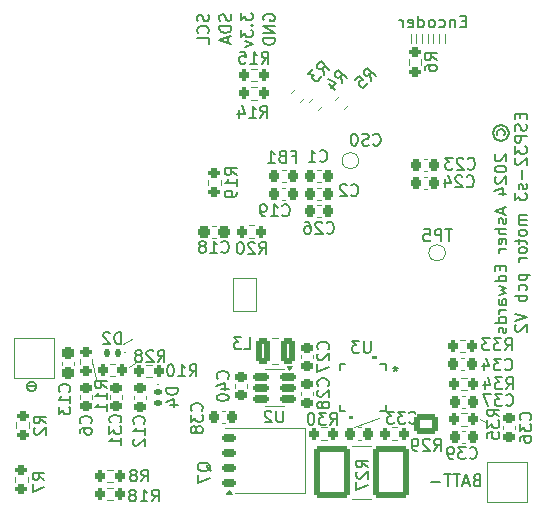
<source format=gbr>
%TF.GenerationSoftware,KiCad,Pcbnew,8.0.5-8.0.5-0~ubuntu24.04.1*%
%TF.CreationDate,2024-09-15T17:00:47-06:00*%
%TF.ProjectId,esp32-s3 single motor & battery controller,65737033-322d-4733-9320-73696e676c65,rev?*%
%TF.SameCoordinates,Original*%
%TF.FileFunction,Legend,Bot*%
%TF.FilePolarity,Positive*%
%FSLAX46Y46*%
G04 Gerber Fmt 4.6, Leading zero omitted, Abs format (unit mm)*
G04 Created by KiCad (PCBNEW 8.0.5-8.0.5-0~ubuntu24.04.1) date 2024-09-15 17:00:47*
%MOMM*%
%LPD*%
G01*
G04 APERTURE LIST*
G04 Aperture macros list*
%AMRoundRect*
0 Rectangle with rounded corners*
0 $1 Rounding radius*
0 $2 $3 $4 $5 $6 $7 $8 $9 X,Y pos of 4 corners*
0 Add a 4 corners polygon primitive as box body*
4,1,4,$2,$3,$4,$5,$6,$7,$8,$9,$2,$3,0*
0 Add four circle primitives for the rounded corners*
1,1,$1+$1,$2,$3*
1,1,$1+$1,$4,$5*
1,1,$1+$1,$6,$7*
1,1,$1+$1,$8,$9*
0 Add four rect primitives between the rounded corners*
20,1,$1+$1,$2,$3,$4,$5,0*
20,1,$1+$1,$4,$5,$6,$7,0*
20,1,$1+$1,$6,$7,$8,$9,0*
20,1,$1+$1,$8,$9,$2,$3,0*%
%AMFreePoly0*
4,1,9,2.350000,2.000000,2.100000,2.000000,2.100000,-1.100000,-2.100000,-1.100000,-2.100000,2.000000,-2.350000,2.000000,-2.350000,3.500000,2.350000,3.500000,2.350000,2.000000,2.350000,2.000000,$1*%
G04 Aperture macros list end*
%ADD10C,0.120000*%
%ADD11C,0.125000*%
%ADD12C,0.150000*%
%ADD13C,0.100000*%
%ADD14C,0.152400*%
%ADD15C,0.000000*%
%ADD16R,1.000000X1.000000*%
%ADD17O,1.000000X1.000000*%
%ADD18C,0.600000*%
%ADD19RoundRect,0.250000X0.725000X-0.600000X0.725000X0.600000X-0.725000X0.600000X-0.725000X-0.600000X0*%
%ADD20O,1.950000X1.700000*%
%ADD21C,1.000000*%
%ADD22RoundRect,0.200000X0.275000X-0.200000X0.275000X0.200000X-0.275000X0.200000X-0.275000X-0.200000X0*%
%ADD23RoundRect,0.200000X0.200000X0.275000X-0.200000X0.275000X-0.200000X-0.275000X0.200000X-0.275000X0*%
%ADD24R,1.500000X1.000000*%
%ADD25RoundRect,0.200000X0.053033X-0.335876X0.335876X-0.053033X-0.053033X0.335876X-0.335876X0.053033X0*%
%ADD26RoundRect,0.200000X-0.200000X-0.275000X0.200000X-0.275000X0.200000X0.275000X-0.200000X0.275000X0*%
%ADD27RoundRect,0.225000X-0.250000X0.225000X-0.250000X-0.225000X0.250000X-0.225000X0.250000X0.225000X0*%
%ADD28RoundRect,0.225000X-0.225000X-0.250000X0.225000X-0.250000X0.225000X0.250000X-0.225000X0.250000X0*%
%ADD29RoundRect,0.225000X0.225000X0.250000X-0.225000X0.250000X-0.225000X-0.250000X0.225000X-0.250000X0*%
%ADD30RoundRect,0.237500X-0.237500X0.300000X-0.237500X-0.300000X0.237500X-0.300000X0.237500X0.300000X0*%
%ADD31RoundRect,0.147500X0.147500X0.172500X-0.147500X0.172500X-0.147500X-0.172500X0.147500X-0.172500X0*%
%ADD32RoundRect,0.175000X-0.400000X0.175000X-0.400000X-0.175000X0.400000X-0.175000X0.400000X0.175000X0*%
%ADD33FreePoly0,270.000000*%
%ADD34RoundRect,0.250000X-0.375000X-0.850000X0.375000X-0.850000X0.375000X0.850000X-0.375000X0.850000X0*%
%ADD35RoundRect,0.237500X0.300000X0.237500X-0.300000X0.237500X-0.300000X-0.237500X0.300000X-0.237500X0*%
%ADD36RoundRect,0.225000X0.250000X-0.225000X0.250000X0.225000X-0.250000X0.225000X-0.250000X-0.225000X0*%
%ADD37RoundRect,0.250001X-1.262499X-1.974999X1.262499X-1.974999X1.262499X1.974999X-1.262499X1.974999X0*%
%ADD38R,3.000000X3.000000*%
%ADD39R,0.230000X0.440000*%
%ADD40R,0.230000X0.340000*%
%ADD41RoundRect,0.218750X-0.218750X-0.256250X0.218750X-0.256250X0.218750X0.256250X-0.218750X0.256250X0*%
%ADD42RoundRect,0.147500X-0.172500X0.147500X-0.172500X-0.147500X0.172500X-0.147500X0.172500X0.147500X0*%
%ADD43RoundRect,0.200000X-0.275000X0.200000X-0.275000X-0.200000X0.275000X-0.200000X0.275000X0.200000X0*%
%ADD44R,0.812800X0.254000*%
%ADD45R,0.254000X0.812800*%
%ADD46R,2.159000X2.159000*%
%ADD47RoundRect,0.150000X0.512500X0.150000X-0.512500X0.150000X-0.512500X-0.150000X0.512500X-0.150000X0*%
G04 APERTURE END LIST*
D10*
X139400000Y-124600000D02*
X137240580Y-125390000D01*
X118500000Y-117900000D02*
X117700000Y-118300000D01*
X115400000Y-121300000D02*
X115072500Y-119800000D01*
X148500000Y-125000000D02*
X147900000Y-124700000D01*
X118700000Y-119900000D02*
X118200000Y-120300000D01*
D11*
X142070331Y-92101023D02*
X142070331Y-92815309D01*
X142546521Y-92101023D02*
X142546521Y-92815309D01*
X143022711Y-92101023D02*
X143022711Y-92815309D01*
X143498901Y-92101023D02*
X143498901Y-92815309D01*
X143975091Y-92101023D02*
X143975091Y-92815309D01*
X144451281Y-92101023D02*
X144451281Y-92815309D01*
X144927471Y-92101023D02*
X144927471Y-92815309D01*
D12*
X110077506Y-121507914D02*
X109887030Y-121507914D01*
X109887030Y-121507914D02*
X109696554Y-121603152D01*
X109696554Y-121603152D02*
X109601316Y-121793628D01*
X109601316Y-121793628D02*
X109601316Y-121984104D01*
X109601316Y-121984104D02*
X109696554Y-122174580D01*
X109696554Y-122174580D02*
X109887030Y-122269819D01*
X109887030Y-122269819D02*
X110077506Y-122269819D01*
X110077506Y-122269819D02*
X110267982Y-122174580D01*
X110267982Y-122174580D02*
X110363220Y-121984104D01*
X110363220Y-121984104D02*
X110363220Y-121793628D01*
X110363220Y-121793628D02*
X110267982Y-121603152D01*
X110267982Y-121603152D02*
X110077506Y-121507914D01*
X110267982Y-121888866D02*
X109696554Y-121888866D01*
X146713220Y-90996009D02*
X146379887Y-90996009D01*
X146237030Y-91519819D02*
X146713220Y-91519819D01*
X146713220Y-91519819D02*
X146713220Y-90519819D01*
X146713220Y-90519819D02*
X146237030Y-90519819D01*
X145808458Y-90853152D02*
X145808458Y-91519819D01*
X145808458Y-90948390D02*
X145760839Y-90900771D01*
X145760839Y-90900771D02*
X145665601Y-90853152D01*
X145665601Y-90853152D02*
X145522744Y-90853152D01*
X145522744Y-90853152D02*
X145427506Y-90900771D01*
X145427506Y-90900771D02*
X145379887Y-90996009D01*
X145379887Y-90996009D02*
X145379887Y-91519819D01*
X144475125Y-91472200D02*
X144570363Y-91519819D01*
X144570363Y-91519819D02*
X144760839Y-91519819D01*
X144760839Y-91519819D02*
X144856077Y-91472200D01*
X144856077Y-91472200D02*
X144903696Y-91424580D01*
X144903696Y-91424580D02*
X144951315Y-91329342D01*
X144951315Y-91329342D02*
X144951315Y-91043628D01*
X144951315Y-91043628D02*
X144903696Y-90948390D01*
X144903696Y-90948390D02*
X144856077Y-90900771D01*
X144856077Y-90900771D02*
X144760839Y-90853152D01*
X144760839Y-90853152D02*
X144570363Y-90853152D01*
X144570363Y-90853152D02*
X144475125Y-90900771D01*
X143903696Y-91519819D02*
X143998934Y-91472200D01*
X143998934Y-91472200D02*
X144046553Y-91424580D01*
X144046553Y-91424580D02*
X144094172Y-91329342D01*
X144094172Y-91329342D02*
X144094172Y-91043628D01*
X144094172Y-91043628D02*
X144046553Y-90948390D01*
X144046553Y-90948390D02*
X143998934Y-90900771D01*
X143998934Y-90900771D02*
X143903696Y-90853152D01*
X143903696Y-90853152D02*
X143760839Y-90853152D01*
X143760839Y-90853152D02*
X143665601Y-90900771D01*
X143665601Y-90900771D02*
X143617982Y-90948390D01*
X143617982Y-90948390D02*
X143570363Y-91043628D01*
X143570363Y-91043628D02*
X143570363Y-91329342D01*
X143570363Y-91329342D02*
X143617982Y-91424580D01*
X143617982Y-91424580D02*
X143665601Y-91472200D01*
X143665601Y-91472200D02*
X143760839Y-91519819D01*
X143760839Y-91519819D02*
X143903696Y-91519819D01*
X142713220Y-91519819D02*
X142713220Y-90519819D01*
X142713220Y-91472200D02*
X142808458Y-91519819D01*
X142808458Y-91519819D02*
X142998934Y-91519819D01*
X142998934Y-91519819D02*
X143094172Y-91472200D01*
X143094172Y-91472200D02*
X143141791Y-91424580D01*
X143141791Y-91424580D02*
X143189410Y-91329342D01*
X143189410Y-91329342D02*
X143189410Y-91043628D01*
X143189410Y-91043628D02*
X143141791Y-90948390D01*
X143141791Y-90948390D02*
X143094172Y-90900771D01*
X143094172Y-90900771D02*
X142998934Y-90853152D01*
X142998934Y-90853152D02*
X142808458Y-90853152D01*
X142808458Y-90853152D02*
X142713220Y-90900771D01*
X141856077Y-91472200D02*
X141951315Y-91519819D01*
X141951315Y-91519819D02*
X142141791Y-91519819D01*
X142141791Y-91519819D02*
X142237029Y-91472200D01*
X142237029Y-91472200D02*
X142284648Y-91376961D01*
X142284648Y-91376961D02*
X142284648Y-90996009D01*
X142284648Y-90996009D02*
X142237029Y-90900771D01*
X142237029Y-90900771D02*
X142141791Y-90853152D01*
X142141791Y-90853152D02*
X141951315Y-90853152D01*
X141951315Y-90853152D02*
X141856077Y-90900771D01*
X141856077Y-90900771D02*
X141808458Y-90996009D01*
X141808458Y-90996009D02*
X141808458Y-91091247D01*
X141808458Y-91091247D02*
X142284648Y-91186485D01*
X141379886Y-91519819D02*
X141379886Y-90853152D01*
X141379886Y-91043628D02*
X141332267Y-90948390D01*
X141332267Y-90948390D02*
X141284648Y-90900771D01*
X141284648Y-90900771D02*
X141189410Y-90853152D01*
X141189410Y-90853152D02*
X141094172Y-90853152D01*
X129617438Y-90910588D02*
X129569819Y-90815350D01*
X129569819Y-90815350D02*
X129569819Y-90672493D01*
X129569819Y-90672493D02*
X129617438Y-90529636D01*
X129617438Y-90529636D02*
X129712676Y-90434398D01*
X129712676Y-90434398D02*
X129807914Y-90386779D01*
X129807914Y-90386779D02*
X129998390Y-90339160D01*
X129998390Y-90339160D02*
X130141247Y-90339160D01*
X130141247Y-90339160D02*
X130331723Y-90386779D01*
X130331723Y-90386779D02*
X130426961Y-90434398D01*
X130426961Y-90434398D02*
X130522200Y-90529636D01*
X130522200Y-90529636D02*
X130569819Y-90672493D01*
X130569819Y-90672493D02*
X130569819Y-90767731D01*
X130569819Y-90767731D02*
X130522200Y-90910588D01*
X130522200Y-90910588D02*
X130474580Y-90958207D01*
X130474580Y-90958207D02*
X130141247Y-90958207D01*
X130141247Y-90958207D02*
X130141247Y-90767731D01*
X130569819Y-91386779D02*
X129569819Y-91386779D01*
X129569819Y-91386779D02*
X130569819Y-91958207D01*
X130569819Y-91958207D02*
X129569819Y-91958207D01*
X130569819Y-92434398D02*
X129569819Y-92434398D01*
X129569819Y-92434398D02*
X129569819Y-92672493D01*
X129569819Y-92672493D02*
X129617438Y-92815350D01*
X129617438Y-92815350D02*
X129712676Y-92910588D01*
X129712676Y-92910588D02*
X129807914Y-92958207D01*
X129807914Y-92958207D02*
X129998390Y-93005826D01*
X129998390Y-93005826D02*
X130141247Y-93005826D01*
X130141247Y-93005826D02*
X130331723Y-92958207D01*
X130331723Y-92958207D02*
X130426961Y-92910588D01*
X130426961Y-92910588D02*
X130522200Y-92815350D01*
X130522200Y-92815350D02*
X130569819Y-92672493D01*
X130569819Y-92672493D02*
X130569819Y-92434398D01*
X151346009Y-98836779D02*
X151346009Y-99170112D01*
X151869819Y-99312969D02*
X151869819Y-98836779D01*
X151869819Y-98836779D02*
X150869819Y-98836779D01*
X150869819Y-98836779D02*
X150869819Y-99312969D01*
X151822200Y-99693922D02*
X151869819Y-99836779D01*
X151869819Y-99836779D02*
X151869819Y-100074874D01*
X151869819Y-100074874D02*
X151822200Y-100170112D01*
X151822200Y-100170112D02*
X151774580Y-100217731D01*
X151774580Y-100217731D02*
X151679342Y-100265350D01*
X151679342Y-100265350D02*
X151584104Y-100265350D01*
X151584104Y-100265350D02*
X151488866Y-100217731D01*
X151488866Y-100217731D02*
X151441247Y-100170112D01*
X151441247Y-100170112D02*
X151393628Y-100074874D01*
X151393628Y-100074874D02*
X151346009Y-99884398D01*
X151346009Y-99884398D02*
X151298390Y-99789160D01*
X151298390Y-99789160D02*
X151250771Y-99741541D01*
X151250771Y-99741541D02*
X151155533Y-99693922D01*
X151155533Y-99693922D02*
X151060295Y-99693922D01*
X151060295Y-99693922D02*
X150965057Y-99741541D01*
X150965057Y-99741541D02*
X150917438Y-99789160D01*
X150917438Y-99789160D02*
X150869819Y-99884398D01*
X150869819Y-99884398D02*
X150869819Y-100122493D01*
X150869819Y-100122493D02*
X150917438Y-100265350D01*
X151869819Y-100693922D02*
X150869819Y-100693922D01*
X150869819Y-100693922D02*
X150869819Y-101074874D01*
X150869819Y-101074874D02*
X150917438Y-101170112D01*
X150917438Y-101170112D02*
X150965057Y-101217731D01*
X150965057Y-101217731D02*
X151060295Y-101265350D01*
X151060295Y-101265350D02*
X151203152Y-101265350D01*
X151203152Y-101265350D02*
X151298390Y-101217731D01*
X151298390Y-101217731D02*
X151346009Y-101170112D01*
X151346009Y-101170112D02*
X151393628Y-101074874D01*
X151393628Y-101074874D02*
X151393628Y-100693922D01*
X150869819Y-101598684D02*
X150869819Y-102217731D01*
X150869819Y-102217731D02*
X151250771Y-101884398D01*
X151250771Y-101884398D02*
X151250771Y-102027255D01*
X151250771Y-102027255D02*
X151298390Y-102122493D01*
X151298390Y-102122493D02*
X151346009Y-102170112D01*
X151346009Y-102170112D02*
X151441247Y-102217731D01*
X151441247Y-102217731D02*
X151679342Y-102217731D01*
X151679342Y-102217731D02*
X151774580Y-102170112D01*
X151774580Y-102170112D02*
X151822200Y-102122493D01*
X151822200Y-102122493D02*
X151869819Y-102027255D01*
X151869819Y-102027255D02*
X151869819Y-101741541D01*
X151869819Y-101741541D02*
X151822200Y-101646303D01*
X151822200Y-101646303D02*
X151774580Y-101598684D01*
X150965057Y-102598684D02*
X150917438Y-102646303D01*
X150917438Y-102646303D02*
X150869819Y-102741541D01*
X150869819Y-102741541D02*
X150869819Y-102979636D01*
X150869819Y-102979636D02*
X150917438Y-103074874D01*
X150917438Y-103074874D02*
X150965057Y-103122493D01*
X150965057Y-103122493D02*
X151060295Y-103170112D01*
X151060295Y-103170112D02*
X151155533Y-103170112D01*
X151155533Y-103170112D02*
X151298390Y-103122493D01*
X151298390Y-103122493D02*
X151869819Y-102551065D01*
X151869819Y-102551065D02*
X151869819Y-103170112D01*
X151488866Y-103598684D02*
X151488866Y-104360589D01*
X151822200Y-104789160D02*
X151869819Y-104884398D01*
X151869819Y-104884398D02*
X151869819Y-105074874D01*
X151869819Y-105074874D02*
X151822200Y-105170112D01*
X151822200Y-105170112D02*
X151726961Y-105217731D01*
X151726961Y-105217731D02*
X151679342Y-105217731D01*
X151679342Y-105217731D02*
X151584104Y-105170112D01*
X151584104Y-105170112D02*
X151536485Y-105074874D01*
X151536485Y-105074874D02*
X151536485Y-104932017D01*
X151536485Y-104932017D02*
X151488866Y-104836779D01*
X151488866Y-104836779D02*
X151393628Y-104789160D01*
X151393628Y-104789160D02*
X151346009Y-104789160D01*
X151346009Y-104789160D02*
X151250771Y-104836779D01*
X151250771Y-104836779D02*
X151203152Y-104932017D01*
X151203152Y-104932017D02*
X151203152Y-105074874D01*
X151203152Y-105074874D02*
X151250771Y-105170112D01*
X150869819Y-105551065D02*
X150869819Y-106170112D01*
X150869819Y-106170112D02*
X151250771Y-105836779D01*
X151250771Y-105836779D02*
X151250771Y-105979636D01*
X151250771Y-105979636D02*
X151298390Y-106074874D01*
X151298390Y-106074874D02*
X151346009Y-106122493D01*
X151346009Y-106122493D02*
X151441247Y-106170112D01*
X151441247Y-106170112D02*
X151679342Y-106170112D01*
X151679342Y-106170112D02*
X151774580Y-106122493D01*
X151774580Y-106122493D02*
X151822200Y-106074874D01*
X151822200Y-106074874D02*
X151869819Y-105979636D01*
X151869819Y-105979636D02*
X151869819Y-105693922D01*
X151869819Y-105693922D02*
X151822200Y-105598684D01*
X151822200Y-105598684D02*
X151774580Y-105551065D01*
X151869819Y-107360589D02*
X151203152Y-107360589D01*
X151298390Y-107360589D02*
X151250771Y-107408208D01*
X151250771Y-107408208D02*
X151203152Y-107503446D01*
X151203152Y-107503446D02*
X151203152Y-107646303D01*
X151203152Y-107646303D02*
X151250771Y-107741541D01*
X151250771Y-107741541D02*
X151346009Y-107789160D01*
X151346009Y-107789160D02*
X151869819Y-107789160D01*
X151346009Y-107789160D02*
X151250771Y-107836779D01*
X151250771Y-107836779D02*
X151203152Y-107932017D01*
X151203152Y-107932017D02*
X151203152Y-108074874D01*
X151203152Y-108074874D02*
X151250771Y-108170113D01*
X151250771Y-108170113D02*
X151346009Y-108217732D01*
X151346009Y-108217732D02*
X151869819Y-108217732D01*
X151869819Y-108836779D02*
X151822200Y-108741541D01*
X151822200Y-108741541D02*
X151774580Y-108693922D01*
X151774580Y-108693922D02*
X151679342Y-108646303D01*
X151679342Y-108646303D02*
X151393628Y-108646303D01*
X151393628Y-108646303D02*
X151298390Y-108693922D01*
X151298390Y-108693922D02*
X151250771Y-108741541D01*
X151250771Y-108741541D02*
X151203152Y-108836779D01*
X151203152Y-108836779D02*
X151203152Y-108979636D01*
X151203152Y-108979636D02*
X151250771Y-109074874D01*
X151250771Y-109074874D02*
X151298390Y-109122493D01*
X151298390Y-109122493D02*
X151393628Y-109170112D01*
X151393628Y-109170112D02*
X151679342Y-109170112D01*
X151679342Y-109170112D02*
X151774580Y-109122493D01*
X151774580Y-109122493D02*
X151822200Y-109074874D01*
X151822200Y-109074874D02*
X151869819Y-108979636D01*
X151869819Y-108979636D02*
X151869819Y-108836779D01*
X151203152Y-109455827D02*
X151203152Y-109836779D01*
X150869819Y-109598684D02*
X151726961Y-109598684D01*
X151726961Y-109598684D02*
X151822200Y-109646303D01*
X151822200Y-109646303D02*
X151869819Y-109741541D01*
X151869819Y-109741541D02*
X151869819Y-109836779D01*
X151869819Y-110312970D02*
X151822200Y-110217732D01*
X151822200Y-110217732D02*
X151774580Y-110170113D01*
X151774580Y-110170113D02*
X151679342Y-110122494D01*
X151679342Y-110122494D02*
X151393628Y-110122494D01*
X151393628Y-110122494D02*
X151298390Y-110170113D01*
X151298390Y-110170113D02*
X151250771Y-110217732D01*
X151250771Y-110217732D02*
X151203152Y-110312970D01*
X151203152Y-110312970D02*
X151203152Y-110455827D01*
X151203152Y-110455827D02*
X151250771Y-110551065D01*
X151250771Y-110551065D02*
X151298390Y-110598684D01*
X151298390Y-110598684D02*
X151393628Y-110646303D01*
X151393628Y-110646303D02*
X151679342Y-110646303D01*
X151679342Y-110646303D02*
X151774580Y-110598684D01*
X151774580Y-110598684D02*
X151822200Y-110551065D01*
X151822200Y-110551065D02*
X151869819Y-110455827D01*
X151869819Y-110455827D02*
X151869819Y-110312970D01*
X151869819Y-111074875D02*
X151203152Y-111074875D01*
X151393628Y-111074875D02*
X151298390Y-111122494D01*
X151298390Y-111122494D02*
X151250771Y-111170113D01*
X151250771Y-111170113D02*
X151203152Y-111265351D01*
X151203152Y-111265351D02*
X151203152Y-111360589D01*
X151203152Y-112455828D02*
X152203152Y-112455828D01*
X151250771Y-112455828D02*
X151203152Y-112551066D01*
X151203152Y-112551066D02*
X151203152Y-112741542D01*
X151203152Y-112741542D02*
X151250771Y-112836780D01*
X151250771Y-112836780D02*
X151298390Y-112884399D01*
X151298390Y-112884399D02*
X151393628Y-112932018D01*
X151393628Y-112932018D02*
X151679342Y-112932018D01*
X151679342Y-112932018D02*
X151774580Y-112884399D01*
X151774580Y-112884399D02*
X151822200Y-112836780D01*
X151822200Y-112836780D02*
X151869819Y-112741542D01*
X151869819Y-112741542D02*
X151869819Y-112551066D01*
X151869819Y-112551066D02*
X151822200Y-112455828D01*
X151822200Y-113789161D02*
X151869819Y-113693923D01*
X151869819Y-113693923D02*
X151869819Y-113503447D01*
X151869819Y-113503447D02*
X151822200Y-113408209D01*
X151822200Y-113408209D02*
X151774580Y-113360590D01*
X151774580Y-113360590D02*
X151679342Y-113312971D01*
X151679342Y-113312971D02*
X151393628Y-113312971D01*
X151393628Y-113312971D02*
X151298390Y-113360590D01*
X151298390Y-113360590D02*
X151250771Y-113408209D01*
X151250771Y-113408209D02*
X151203152Y-113503447D01*
X151203152Y-113503447D02*
X151203152Y-113693923D01*
X151203152Y-113693923D02*
X151250771Y-113789161D01*
X151869819Y-114217733D02*
X150869819Y-114217733D01*
X151250771Y-114217733D02*
X151203152Y-114312971D01*
X151203152Y-114312971D02*
X151203152Y-114503447D01*
X151203152Y-114503447D02*
X151250771Y-114598685D01*
X151250771Y-114598685D02*
X151298390Y-114646304D01*
X151298390Y-114646304D02*
X151393628Y-114693923D01*
X151393628Y-114693923D02*
X151679342Y-114693923D01*
X151679342Y-114693923D02*
X151774580Y-114646304D01*
X151774580Y-114646304D02*
X151822200Y-114598685D01*
X151822200Y-114598685D02*
X151869819Y-114503447D01*
X151869819Y-114503447D02*
X151869819Y-114312971D01*
X151869819Y-114312971D02*
X151822200Y-114217733D01*
X150869819Y-115741543D02*
X151869819Y-116074876D01*
X151869819Y-116074876D02*
X150869819Y-116408209D01*
X150965057Y-116693924D02*
X150917438Y-116741543D01*
X150917438Y-116741543D02*
X150869819Y-116836781D01*
X150869819Y-116836781D02*
X150869819Y-117074876D01*
X150869819Y-117074876D02*
X150917438Y-117170114D01*
X150917438Y-117170114D02*
X150965057Y-117217733D01*
X150965057Y-117217733D02*
X151060295Y-117265352D01*
X151060295Y-117265352D02*
X151155533Y-117265352D01*
X151155533Y-117265352D02*
X151298390Y-117217733D01*
X151298390Y-117217733D02*
X151869819Y-116646305D01*
X151869819Y-116646305D02*
X151869819Y-117265352D01*
X126822200Y-90389160D02*
X126869819Y-90532017D01*
X126869819Y-90532017D02*
X126869819Y-90770112D01*
X126869819Y-90770112D02*
X126822200Y-90865350D01*
X126822200Y-90865350D02*
X126774580Y-90912969D01*
X126774580Y-90912969D02*
X126679342Y-90960588D01*
X126679342Y-90960588D02*
X126584104Y-90960588D01*
X126584104Y-90960588D02*
X126488866Y-90912969D01*
X126488866Y-90912969D02*
X126441247Y-90865350D01*
X126441247Y-90865350D02*
X126393628Y-90770112D01*
X126393628Y-90770112D02*
X126346009Y-90579636D01*
X126346009Y-90579636D02*
X126298390Y-90484398D01*
X126298390Y-90484398D02*
X126250771Y-90436779D01*
X126250771Y-90436779D02*
X126155533Y-90389160D01*
X126155533Y-90389160D02*
X126060295Y-90389160D01*
X126060295Y-90389160D02*
X125965057Y-90436779D01*
X125965057Y-90436779D02*
X125917438Y-90484398D01*
X125917438Y-90484398D02*
X125869819Y-90579636D01*
X125869819Y-90579636D02*
X125869819Y-90817731D01*
X125869819Y-90817731D02*
X125917438Y-90960588D01*
X126869819Y-91389160D02*
X125869819Y-91389160D01*
X125869819Y-91389160D02*
X125869819Y-91627255D01*
X125869819Y-91627255D02*
X125917438Y-91770112D01*
X125917438Y-91770112D02*
X126012676Y-91865350D01*
X126012676Y-91865350D02*
X126107914Y-91912969D01*
X126107914Y-91912969D02*
X126298390Y-91960588D01*
X126298390Y-91960588D02*
X126441247Y-91960588D01*
X126441247Y-91960588D02*
X126631723Y-91912969D01*
X126631723Y-91912969D02*
X126726961Y-91865350D01*
X126726961Y-91865350D02*
X126822200Y-91770112D01*
X126822200Y-91770112D02*
X126869819Y-91627255D01*
X126869819Y-91627255D02*
X126869819Y-91389160D01*
X126584104Y-92341541D02*
X126584104Y-92817731D01*
X126869819Y-92246303D02*
X125869819Y-92579636D01*
X125869819Y-92579636D02*
X126869819Y-92912969D01*
X138891792Y-101424580D02*
X138939411Y-101472200D01*
X138939411Y-101472200D02*
X139082268Y-101519819D01*
X139082268Y-101519819D02*
X139177506Y-101519819D01*
X139177506Y-101519819D02*
X139320363Y-101472200D01*
X139320363Y-101472200D02*
X139415601Y-101376961D01*
X139415601Y-101376961D02*
X139463220Y-101281723D01*
X139463220Y-101281723D02*
X139510839Y-101091247D01*
X139510839Y-101091247D02*
X139510839Y-100948390D01*
X139510839Y-100948390D02*
X139463220Y-100757914D01*
X139463220Y-100757914D02*
X139415601Y-100662676D01*
X139415601Y-100662676D02*
X139320363Y-100567438D01*
X139320363Y-100567438D02*
X139177506Y-100519819D01*
X139177506Y-100519819D02*
X139082268Y-100519819D01*
X139082268Y-100519819D02*
X138939411Y-100567438D01*
X138939411Y-100567438D02*
X138891792Y-100615057D01*
X138510839Y-101472200D02*
X138367982Y-101519819D01*
X138367982Y-101519819D02*
X138129887Y-101519819D01*
X138129887Y-101519819D02*
X138034649Y-101472200D01*
X138034649Y-101472200D02*
X137987030Y-101424580D01*
X137987030Y-101424580D02*
X137939411Y-101329342D01*
X137939411Y-101329342D02*
X137939411Y-101234104D01*
X137939411Y-101234104D02*
X137987030Y-101138866D01*
X137987030Y-101138866D02*
X138034649Y-101091247D01*
X138034649Y-101091247D02*
X138129887Y-101043628D01*
X138129887Y-101043628D02*
X138320363Y-100996009D01*
X138320363Y-100996009D02*
X138415601Y-100948390D01*
X138415601Y-100948390D02*
X138463220Y-100900771D01*
X138463220Y-100900771D02*
X138510839Y-100805533D01*
X138510839Y-100805533D02*
X138510839Y-100710295D01*
X138510839Y-100710295D02*
X138463220Y-100615057D01*
X138463220Y-100615057D02*
X138415601Y-100567438D01*
X138415601Y-100567438D02*
X138320363Y-100519819D01*
X138320363Y-100519819D02*
X138082268Y-100519819D01*
X138082268Y-100519819D02*
X137939411Y-100567438D01*
X137320363Y-100519819D02*
X137225125Y-100519819D01*
X137225125Y-100519819D02*
X137129887Y-100567438D01*
X137129887Y-100567438D02*
X137082268Y-100615057D01*
X137082268Y-100615057D02*
X137034649Y-100710295D01*
X137034649Y-100710295D02*
X136987030Y-100900771D01*
X136987030Y-100900771D02*
X136987030Y-101138866D01*
X136987030Y-101138866D02*
X137034649Y-101329342D01*
X137034649Y-101329342D02*
X137082268Y-101424580D01*
X137082268Y-101424580D02*
X137129887Y-101472200D01*
X137129887Y-101472200D02*
X137225125Y-101519819D01*
X137225125Y-101519819D02*
X137320363Y-101519819D01*
X137320363Y-101519819D02*
X137415601Y-101472200D01*
X137415601Y-101472200D02*
X137463220Y-101424580D01*
X137463220Y-101424580D02*
X137510839Y-101329342D01*
X137510839Y-101329342D02*
X137558458Y-101138866D01*
X137558458Y-101138866D02*
X137558458Y-100900771D01*
X137558458Y-100900771D02*
X137510839Y-100710295D01*
X137510839Y-100710295D02*
X137463220Y-100615057D01*
X137463220Y-100615057D02*
X137415601Y-100567438D01*
X137415601Y-100567438D02*
X137320363Y-100519819D01*
X149407914Y-100646303D02*
X149360295Y-100551064D01*
X149360295Y-100551064D02*
X149360295Y-100360588D01*
X149360295Y-100360588D02*
X149407914Y-100265350D01*
X149407914Y-100265350D02*
X149503152Y-100170112D01*
X149503152Y-100170112D02*
X149598390Y-100122493D01*
X149598390Y-100122493D02*
X149788866Y-100122493D01*
X149788866Y-100122493D02*
X149884104Y-100170112D01*
X149884104Y-100170112D02*
X149979342Y-100265350D01*
X149979342Y-100265350D02*
X150026961Y-100360588D01*
X150026961Y-100360588D02*
X150026961Y-100551064D01*
X150026961Y-100551064D02*
X149979342Y-100646303D01*
X149026961Y-100455826D02*
X149074580Y-100217731D01*
X149074580Y-100217731D02*
X149217438Y-99979636D01*
X149217438Y-99979636D02*
X149455533Y-99836779D01*
X149455533Y-99836779D02*
X149693628Y-99789160D01*
X149693628Y-99789160D02*
X149931723Y-99836779D01*
X149931723Y-99836779D02*
X150169819Y-99979636D01*
X150169819Y-99979636D02*
X150312676Y-100217731D01*
X150312676Y-100217731D02*
X150360295Y-100455826D01*
X150360295Y-100455826D02*
X150312676Y-100693922D01*
X150312676Y-100693922D02*
X150169819Y-100932017D01*
X150169819Y-100932017D02*
X149931723Y-101074874D01*
X149931723Y-101074874D02*
X149693628Y-101122493D01*
X149693628Y-101122493D02*
X149455533Y-101074874D01*
X149455533Y-101074874D02*
X149217438Y-100932017D01*
X149217438Y-100932017D02*
X149074580Y-100693922D01*
X149074580Y-100693922D02*
X149026961Y-100455826D01*
X149265057Y-102265351D02*
X149217438Y-102312970D01*
X149217438Y-102312970D02*
X149169819Y-102408208D01*
X149169819Y-102408208D02*
X149169819Y-102646303D01*
X149169819Y-102646303D02*
X149217438Y-102741541D01*
X149217438Y-102741541D02*
X149265057Y-102789160D01*
X149265057Y-102789160D02*
X149360295Y-102836779D01*
X149360295Y-102836779D02*
X149455533Y-102836779D01*
X149455533Y-102836779D02*
X149598390Y-102789160D01*
X149598390Y-102789160D02*
X150169819Y-102217732D01*
X150169819Y-102217732D02*
X150169819Y-102836779D01*
X149169819Y-103455827D02*
X149169819Y-103551065D01*
X149169819Y-103551065D02*
X149217438Y-103646303D01*
X149217438Y-103646303D02*
X149265057Y-103693922D01*
X149265057Y-103693922D02*
X149360295Y-103741541D01*
X149360295Y-103741541D02*
X149550771Y-103789160D01*
X149550771Y-103789160D02*
X149788866Y-103789160D01*
X149788866Y-103789160D02*
X149979342Y-103741541D01*
X149979342Y-103741541D02*
X150074580Y-103693922D01*
X150074580Y-103693922D02*
X150122200Y-103646303D01*
X150122200Y-103646303D02*
X150169819Y-103551065D01*
X150169819Y-103551065D02*
X150169819Y-103455827D01*
X150169819Y-103455827D02*
X150122200Y-103360589D01*
X150122200Y-103360589D02*
X150074580Y-103312970D01*
X150074580Y-103312970D02*
X149979342Y-103265351D01*
X149979342Y-103265351D02*
X149788866Y-103217732D01*
X149788866Y-103217732D02*
X149550771Y-103217732D01*
X149550771Y-103217732D02*
X149360295Y-103265351D01*
X149360295Y-103265351D02*
X149265057Y-103312970D01*
X149265057Y-103312970D02*
X149217438Y-103360589D01*
X149217438Y-103360589D02*
X149169819Y-103455827D01*
X149265057Y-104170113D02*
X149217438Y-104217732D01*
X149217438Y-104217732D02*
X149169819Y-104312970D01*
X149169819Y-104312970D02*
X149169819Y-104551065D01*
X149169819Y-104551065D02*
X149217438Y-104646303D01*
X149217438Y-104646303D02*
X149265057Y-104693922D01*
X149265057Y-104693922D02*
X149360295Y-104741541D01*
X149360295Y-104741541D02*
X149455533Y-104741541D01*
X149455533Y-104741541D02*
X149598390Y-104693922D01*
X149598390Y-104693922D02*
X150169819Y-104122494D01*
X150169819Y-104122494D02*
X150169819Y-104741541D01*
X149503152Y-105598684D02*
X150169819Y-105598684D01*
X149122200Y-105360589D02*
X149836485Y-105122494D01*
X149836485Y-105122494D02*
X149836485Y-105741541D01*
X149884104Y-106836780D02*
X149884104Y-107312970D01*
X150169819Y-106741542D02*
X149169819Y-107074875D01*
X149169819Y-107074875D02*
X150169819Y-107408208D01*
X150122200Y-107693923D02*
X150169819Y-107789161D01*
X150169819Y-107789161D02*
X150169819Y-107979637D01*
X150169819Y-107979637D02*
X150122200Y-108074875D01*
X150122200Y-108074875D02*
X150026961Y-108122494D01*
X150026961Y-108122494D02*
X149979342Y-108122494D01*
X149979342Y-108122494D02*
X149884104Y-108074875D01*
X149884104Y-108074875D02*
X149836485Y-107979637D01*
X149836485Y-107979637D02*
X149836485Y-107836780D01*
X149836485Y-107836780D02*
X149788866Y-107741542D01*
X149788866Y-107741542D02*
X149693628Y-107693923D01*
X149693628Y-107693923D02*
X149646009Y-107693923D01*
X149646009Y-107693923D02*
X149550771Y-107741542D01*
X149550771Y-107741542D02*
X149503152Y-107836780D01*
X149503152Y-107836780D02*
X149503152Y-107979637D01*
X149503152Y-107979637D02*
X149550771Y-108074875D01*
X150169819Y-108551066D02*
X149169819Y-108551066D01*
X150169819Y-108979637D02*
X149646009Y-108979637D01*
X149646009Y-108979637D02*
X149550771Y-108932018D01*
X149550771Y-108932018D02*
X149503152Y-108836780D01*
X149503152Y-108836780D02*
X149503152Y-108693923D01*
X149503152Y-108693923D02*
X149550771Y-108598685D01*
X149550771Y-108598685D02*
X149598390Y-108551066D01*
X150122200Y-109836780D02*
X150169819Y-109741542D01*
X150169819Y-109741542D02*
X150169819Y-109551066D01*
X150169819Y-109551066D02*
X150122200Y-109455828D01*
X150122200Y-109455828D02*
X150026961Y-109408209D01*
X150026961Y-109408209D02*
X149646009Y-109408209D01*
X149646009Y-109408209D02*
X149550771Y-109455828D01*
X149550771Y-109455828D02*
X149503152Y-109551066D01*
X149503152Y-109551066D02*
X149503152Y-109741542D01*
X149503152Y-109741542D02*
X149550771Y-109836780D01*
X149550771Y-109836780D02*
X149646009Y-109884399D01*
X149646009Y-109884399D02*
X149741247Y-109884399D01*
X149741247Y-109884399D02*
X149836485Y-109408209D01*
X150169819Y-110312971D02*
X149503152Y-110312971D01*
X149693628Y-110312971D02*
X149598390Y-110360590D01*
X149598390Y-110360590D02*
X149550771Y-110408209D01*
X149550771Y-110408209D02*
X149503152Y-110503447D01*
X149503152Y-110503447D02*
X149503152Y-110598685D01*
X149646009Y-111693924D02*
X149646009Y-112027257D01*
X150169819Y-112170114D02*
X150169819Y-111693924D01*
X150169819Y-111693924D02*
X149169819Y-111693924D01*
X149169819Y-111693924D02*
X149169819Y-112170114D01*
X150169819Y-113027257D02*
X149169819Y-113027257D01*
X150122200Y-113027257D02*
X150169819Y-112932019D01*
X150169819Y-112932019D02*
X150169819Y-112741543D01*
X150169819Y-112741543D02*
X150122200Y-112646305D01*
X150122200Y-112646305D02*
X150074580Y-112598686D01*
X150074580Y-112598686D02*
X149979342Y-112551067D01*
X149979342Y-112551067D02*
X149693628Y-112551067D01*
X149693628Y-112551067D02*
X149598390Y-112598686D01*
X149598390Y-112598686D02*
X149550771Y-112646305D01*
X149550771Y-112646305D02*
X149503152Y-112741543D01*
X149503152Y-112741543D02*
X149503152Y-112932019D01*
X149503152Y-112932019D02*
X149550771Y-113027257D01*
X149503152Y-113408210D02*
X150169819Y-113598686D01*
X150169819Y-113598686D02*
X149693628Y-113789162D01*
X149693628Y-113789162D02*
X150169819Y-113979638D01*
X150169819Y-113979638D02*
X149503152Y-114170114D01*
X150169819Y-114979638D02*
X149646009Y-114979638D01*
X149646009Y-114979638D02*
X149550771Y-114932019D01*
X149550771Y-114932019D02*
X149503152Y-114836781D01*
X149503152Y-114836781D02*
X149503152Y-114646305D01*
X149503152Y-114646305D02*
X149550771Y-114551067D01*
X150122200Y-114979638D02*
X150169819Y-114884400D01*
X150169819Y-114884400D02*
X150169819Y-114646305D01*
X150169819Y-114646305D02*
X150122200Y-114551067D01*
X150122200Y-114551067D02*
X150026961Y-114503448D01*
X150026961Y-114503448D02*
X149931723Y-114503448D01*
X149931723Y-114503448D02*
X149836485Y-114551067D01*
X149836485Y-114551067D02*
X149788866Y-114646305D01*
X149788866Y-114646305D02*
X149788866Y-114884400D01*
X149788866Y-114884400D02*
X149741247Y-114979638D01*
X150169819Y-115455829D02*
X149503152Y-115455829D01*
X149693628Y-115455829D02*
X149598390Y-115503448D01*
X149598390Y-115503448D02*
X149550771Y-115551067D01*
X149550771Y-115551067D02*
X149503152Y-115646305D01*
X149503152Y-115646305D02*
X149503152Y-115741543D01*
X150169819Y-116503448D02*
X149169819Y-116503448D01*
X150122200Y-116503448D02*
X150169819Y-116408210D01*
X150169819Y-116408210D02*
X150169819Y-116217734D01*
X150169819Y-116217734D02*
X150122200Y-116122496D01*
X150122200Y-116122496D02*
X150074580Y-116074877D01*
X150074580Y-116074877D02*
X149979342Y-116027258D01*
X149979342Y-116027258D02*
X149693628Y-116027258D01*
X149693628Y-116027258D02*
X149598390Y-116074877D01*
X149598390Y-116074877D02*
X149550771Y-116122496D01*
X149550771Y-116122496D02*
X149503152Y-116217734D01*
X149503152Y-116217734D02*
X149503152Y-116408210D01*
X149503152Y-116408210D02*
X149550771Y-116503448D01*
X150122200Y-116932020D02*
X150169819Y-117027258D01*
X150169819Y-117027258D02*
X150169819Y-117217734D01*
X150169819Y-117217734D02*
X150122200Y-117312972D01*
X150122200Y-117312972D02*
X150026961Y-117360591D01*
X150026961Y-117360591D02*
X149979342Y-117360591D01*
X149979342Y-117360591D02*
X149884104Y-117312972D01*
X149884104Y-117312972D02*
X149836485Y-117217734D01*
X149836485Y-117217734D02*
X149836485Y-117074877D01*
X149836485Y-117074877D02*
X149788866Y-116979639D01*
X149788866Y-116979639D02*
X149693628Y-116932020D01*
X149693628Y-116932020D02*
X149646009Y-116932020D01*
X149646009Y-116932020D02*
X149550771Y-116979639D01*
X149550771Y-116979639D02*
X149503152Y-117074877D01*
X149503152Y-117074877D02*
X149503152Y-117217734D01*
X149503152Y-117217734D02*
X149550771Y-117312972D01*
X127669819Y-90291541D02*
X127669819Y-90910588D01*
X127669819Y-90910588D02*
X128050771Y-90577255D01*
X128050771Y-90577255D02*
X128050771Y-90720112D01*
X128050771Y-90720112D02*
X128098390Y-90815350D01*
X128098390Y-90815350D02*
X128146009Y-90862969D01*
X128146009Y-90862969D02*
X128241247Y-90910588D01*
X128241247Y-90910588D02*
X128479342Y-90910588D01*
X128479342Y-90910588D02*
X128574580Y-90862969D01*
X128574580Y-90862969D02*
X128622200Y-90815350D01*
X128622200Y-90815350D02*
X128669819Y-90720112D01*
X128669819Y-90720112D02*
X128669819Y-90434398D01*
X128669819Y-90434398D02*
X128622200Y-90339160D01*
X128622200Y-90339160D02*
X128574580Y-90291541D01*
X128574580Y-91339160D02*
X128622200Y-91386779D01*
X128622200Y-91386779D02*
X128669819Y-91339160D01*
X128669819Y-91339160D02*
X128622200Y-91291541D01*
X128622200Y-91291541D02*
X128574580Y-91339160D01*
X128574580Y-91339160D02*
X128669819Y-91339160D01*
X127669819Y-91720112D02*
X127669819Y-92339159D01*
X127669819Y-92339159D02*
X128050771Y-92005826D01*
X128050771Y-92005826D02*
X128050771Y-92148683D01*
X128050771Y-92148683D02*
X128098390Y-92243921D01*
X128098390Y-92243921D02*
X128146009Y-92291540D01*
X128146009Y-92291540D02*
X128241247Y-92339159D01*
X128241247Y-92339159D02*
X128479342Y-92339159D01*
X128479342Y-92339159D02*
X128574580Y-92291540D01*
X128574580Y-92291540D02*
X128622200Y-92243921D01*
X128622200Y-92243921D02*
X128669819Y-92148683D01*
X128669819Y-92148683D02*
X128669819Y-91862969D01*
X128669819Y-91862969D02*
X128622200Y-91767731D01*
X128622200Y-91767731D02*
X128574580Y-91720112D01*
X128003152Y-92672493D02*
X128669819Y-92910588D01*
X128669819Y-92910588D02*
X128003152Y-93148683D01*
X147629887Y-129846009D02*
X147487030Y-129893628D01*
X147487030Y-129893628D02*
X147439411Y-129941247D01*
X147439411Y-129941247D02*
X147391792Y-130036485D01*
X147391792Y-130036485D02*
X147391792Y-130179342D01*
X147391792Y-130179342D02*
X147439411Y-130274580D01*
X147439411Y-130274580D02*
X147487030Y-130322200D01*
X147487030Y-130322200D02*
X147582268Y-130369819D01*
X147582268Y-130369819D02*
X147963220Y-130369819D01*
X147963220Y-130369819D02*
X147963220Y-129369819D01*
X147963220Y-129369819D02*
X147629887Y-129369819D01*
X147629887Y-129369819D02*
X147534649Y-129417438D01*
X147534649Y-129417438D02*
X147487030Y-129465057D01*
X147487030Y-129465057D02*
X147439411Y-129560295D01*
X147439411Y-129560295D02*
X147439411Y-129655533D01*
X147439411Y-129655533D02*
X147487030Y-129750771D01*
X147487030Y-129750771D02*
X147534649Y-129798390D01*
X147534649Y-129798390D02*
X147629887Y-129846009D01*
X147629887Y-129846009D02*
X147963220Y-129846009D01*
X147010839Y-130084104D02*
X146534649Y-130084104D01*
X147106077Y-130369819D02*
X146772744Y-129369819D01*
X146772744Y-129369819D02*
X146439411Y-130369819D01*
X146248934Y-129369819D02*
X145677506Y-129369819D01*
X145963220Y-130369819D02*
X145963220Y-129369819D01*
X145487029Y-129369819D02*
X144915601Y-129369819D01*
X145201315Y-130369819D02*
X145201315Y-129369819D01*
X144582267Y-129988866D02*
X143820363Y-129988866D01*
X124922200Y-90439160D02*
X124969819Y-90582017D01*
X124969819Y-90582017D02*
X124969819Y-90820112D01*
X124969819Y-90820112D02*
X124922200Y-90915350D01*
X124922200Y-90915350D02*
X124874580Y-90962969D01*
X124874580Y-90962969D02*
X124779342Y-91010588D01*
X124779342Y-91010588D02*
X124684104Y-91010588D01*
X124684104Y-91010588D02*
X124588866Y-90962969D01*
X124588866Y-90962969D02*
X124541247Y-90915350D01*
X124541247Y-90915350D02*
X124493628Y-90820112D01*
X124493628Y-90820112D02*
X124446009Y-90629636D01*
X124446009Y-90629636D02*
X124398390Y-90534398D01*
X124398390Y-90534398D02*
X124350771Y-90486779D01*
X124350771Y-90486779D02*
X124255533Y-90439160D01*
X124255533Y-90439160D02*
X124160295Y-90439160D01*
X124160295Y-90439160D02*
X124065057Y-90486779D01*
X124065057Y-90486779D02*
X124017438Y-90534398D01*
X124017438Y-90534398D02*
X123969819Y-90629636D01*
X123969819Y-90629636D02*
X123969819Y-90867731D01*
X123969819Y-90867731D02*
X124017438Y-91010588D01*
X124874580Y-92010588D02*
X124922200Y-91962969D01*
X124922200Y-91962969D02*
X124969819Y-91820112D01*
X124969819Y-91820112D02*
X124969819Y-91724874D01*
X124969819Y-91724874D02*
X124922200Y-91582017D01*
X124922200Y-91582017D02*
X124826961Y-91486779D01*
X124826961Y-91486779D02*
X124731723Y-91439160D01*
X124731723Y-91439160D02*
X124541247Y-91391541D01*
X124541247Y-91391541D02*
X124398390Y-91391541D01*
X124398390Y-91391541D02*
X124207914Y-91439160D01*
X124207914Y-91439160D02*
X124112676Y-91486779D01*
X124112676Y-91486779D02*
X124017438Y-91582017D01*
X124017438Y-91582017D02*
X123969819Y-91724874D01*
X123969819Y-91724874D02*
X123969819Y-91820112D01*
X123969819Y-91820112D02*
X124017438Y-91962969D01*
X124017438Y-91962969D02*
X124065057Y-92010588D01*
X124969819Y-92915350D02*
X124969819Y-92439160D01*
X124969819Y-92439160D02*
X123969819Y-92439160D01*
X116354819Y-122057142D02*
X115878628Y-121723809D01*
X116354819Y-121485714D02*
X115354819Y-121485714D01*
X115354819Y-121485714D02*
X115354819Y-121866666D01*
X115354819Y-121866666D02*
X115402438Y-121961904D01*
X115402438Y-121961904D02*
X115450057Y-122009523D01*
X115450057Y-122009523D02*
X115545295Y-122057142D01*
X115545295Y-122057142D02*
X115688152Y-122057142D01*
X115688152Y-122057142D02*
X115783390Y-122009523D01*
X115783390Y-122009523D02*
X115831009Y-121961904D01*
X115831009Y-121961904D02*
X115878628Y-121866666D01*
X115878628Y-121866666D02*
X115878628Y-121485714D01*
X116354819Y-123009523D02*
X116354819Y-122438095D01*
X116354819Y-122723809D02*
X115354819Y-122723809D01*
X115354819Y-122723809D02*
X115497676Y-122628571D01*
X115497676Y-122628571D02*
X115592914Y-122533333D01*
X115592914Y-122533333D02*
X115640533Y-122438095D01*
X116354819Y-123961904D02*
X116354819Y-123390476D01*
X116354819Y-123676190D02*
X115354819Y-123676190D01*
X115354819Y-123676190D02*
X115497676Y-123580952D01*
X115497676Y-123580952D02*
X115592914Y-123485714D01*
X115592914Y-123485714D02*
X115640533Y-123390476D01*
X149554819Y-124457142D02*
X149078628Y-124123809D01*
X149554819Y-123885714D02*
X148554819Y-123885714D01*
X148554819Y-123885714D02*
X148554819Y-124266666D01*
X148554819Y-124266666D02*
X148602438Y-124361904D01*
X148602438Y-124361904D02*
X148650057Y-124409523D01*
X148650057Y-124409523D02*
X148745295Y-124457142D01*
X148745295Y-124457142D02*
X148888152Y-124457142D01*
X148888152Y-124457142D02*
X148983390Y-124409523D01*
X148983390Y-124409523D02*
X149031009Y-124361904D01*
X149031009Y-124361904D02*
X149078628Y-124266666D01*
X149078628Y-124266666D02*
X149078628Y-123885714D01*
X148554819Y-124790476D02*
X148554819Y-125409523D01*
X148554819Y-125409523D02*
X148935771Y-125076190D01*
X148935771Y-125076190D02*
X148935771Y-125219047D01*
X148935771Y-125219047D02*
X148983390Y-125314285D01*
X148983390Y-125314285D02*
X149031009Y-125361904D01*
X149031009Y-125361904D02*
X149126247Y-125409523D01*
X149126247Y-125409523D02*
X149364342Y-125409523D01*
X149364342Y-125409523D02*
X149459580Y-125361904D01*
X149459580Y-125361904D02*
X149507200Y-125314285D01*
X149507200Y-125314285D02*
X149554819Y-125219047D01*
X149554819Y-125219047D02*
X149554819Y-124933333D01*
X149554819Y-124933333D02*
X149507200Y-124838095D01*
X149507200Y-124838095D02*
X149459580Y-124790476D01*
X148554819Y-126314285D02*
X148554819Y-125838095D01*
X148554819Y-125838095D02*
X149031009Y-125790476D01*
X149031009Y-125790476D02*
X148983390Y-125838095D01*
X148983390Y-125838095D02*
X148935771Y-125933333D01*
X148935771Y-125933333D02*
X148935771Y-126171428D01*
X148935771Y-126171428D02*
X148983390Y-126266666D01*
X148983390Y-126266666D02*
X149031009Y-126314285D01*
X149031009Y-126314285D02*
X149126247Y-126361904D01*
X149126247Y-126361904D02*
X149364342Y-126361904D01*
X149364342Y-126361904D02*
X149459580Y-126314285D01*
X149459580Y-126314285D02*
X149507200Y-126266666D01*
X149507200Y-126266666D02*
X149554819Y-126171428D01*
X149554819Y-126171428D02*
X149554819Y-125933333D01*
X149554819Y-125933333D02*
X149507200Y-125838095D01*
X149507200Y-125838095D02*
X149459580Y-125790476D01*
X136239456Y-96203754D02*
X136138441Y-95631335D01*
X136643517Y-95799693D02*
X135936410Y-95092587D01*
X135936410Y-95092587D02*
X135667036Y-95361961D01*
X135667036Y-95361961D02*
X135633364Y-95462976D01*
X135633364Y-95462976D02*
X135633364Y-95530319D01*
X135633364Y-95530319D02*
X135667036Y-95631335D01*
X135667036Y-95631335D02*
X135768051Y-95732350D01*
X135768051Y-95732350D02*
X135869067Y-95766022D01*
X135869067Y-95766022D02*
X135936410Y-95766022D01*
X135936410Y-95766022D02*
X136037425Y-95732350D01*
X136037425Y-95732350D02*
X136306799Y-95462976D01*
X135161960Y-96338441D02*
X135633364Y-96809846D01*
X135060945Y-95900709D02*
X135734380Y-96237426D01*
X135734380Y-96237426D02*
X135296647Y-96675159D01*
X123342857Y-121054819D02*
X123676190Y-120578628D01*
X123914285Y-121054819D02*
X123914285Y-120054819D01*
X123914285Y-120054819D02*
X123533333Y-120054819D01*
X123533333Y-120054819D02*
X123438095Y-120102438D01*
X123438095Y-120102438D02*
X123390476Y-120150057D01*
X123390476Y-120150057D02*
X123342857Y-120245295D01*
X123342857Y-120245295D02*
X123342857Y-120388152D01*
X123342857Y-120388152D02*
X123390476Y-120483390D01*
X123390476Y-120483390D02*
X123438095Y-120531009D01*
X123438095Y-120531009D02*
X123533333Y-120578628D01*
X123533333Y-120578628D02*
X123914285Y-120578628D01*
X122390476Y-121054819D02*
X122961904Y-121054819D01*
X122676190Y-121054819D02*
X122676190Y-120054819D01*
X122676190Y-120054819D02*
X122771428Y-120197676D01*
X122771428Y-120197676D02*
X122866666Y-120292914D01*
X122866666Y-120292914D02*
X122961904Y-120340533D01*
X121771428Y-120054819D02*
X121676190Y-120054819D01*
X121676190Y-120054819D02*
X121580952Y-120102438D01*
X121580952Y-120102438D02*
X121533333Y-120150057D01*
X121533333Y-120150057D02*
X121485714Y-120245295D01*
X121485714Y-120245295D02*
X121438095Y-120435771D01*
X121438095Y-120435771D02*
X121438095Y-120673866D01*
X121438095Y-120673866D02*
X121485714Y-120864342D01*
X121485714Y-120864342D02*
X121533333Y-120959580D01*
X121533333Y-120959580D02*
X121580952Y-121007200D01*
X121580952Y-121007200D02*
X121676190Y-121054819D01*
X121676190Y-121054819D02*
X121771428Y-121054819D01*
X121771428Y-121054819D02*
X121866666Y-121007200D01*
X121866666Y-121007200D02*
X121914285Y-120959580D01*
X121914285Y-120959580D02*
X121961904Y-120864342D01*
X121961904Y-120864342D02*
X122009523Y-120673866D01*
X122009523Y-120673866D02*
X122009523Y-120435771D01*
X122009523Y-120435771D02*
X121961904Y-120245295D01*
X121961904Y-120245295D02*
X121914285Y-120150057D01*
X121914285Y-120150057D02*
X121866666Y-120102438D01*
X121866666Y-120102438D02*
X121771428Y-120054819D01*
X138689456Y-96053754D02*
X138588441Y-95481335D01*
X139093517Y-95649693D02*
X138386410Y-94942587D01*
X138386410Y-94942587D02*
X138117036Y-95211961D01*
X138117036Y-95211961D02*
X138083364Y-95312976D01*
X138083364Y-95312976D02*
X138083364Y-95380319D01*
X138083364Y-95380319D02*
X138117036Y-95481335D01*
X138117036Y-95481335D02*
X138218051Y-95582350D01*
X138218051Y-95582350D02*
X138319067Y-95616022D01*
X138319067Y-95616022D02*
X138386410Y-95616022D01*
X138386410Y-95616022D02*
X138487425Y-95582350D01*
X138487425Y-95582350D02*
X138756799Y-95312976D01*
X137342586Y-95986411D02*
X137679303Y-95649693D01*
X137679303Y-95649693D02*
X138049693Y-95952739D01*
X138049693Y-95952739D02*
X137982349Y-95952739D01*
X137982349Y-95952739D02*
X137881334Y-95986411D01*
X137881334Y-95986411D02*
X137712975Y-96154770D01*
X137712975Y-96154770D02*
X137679303Y-96255785D01*
X137679303Y-96255785D02*
X137679303Y-96323128D01*
X137679303Y-96323128D02*
X137712975Y-96424144D01*
X137712975Y-96424144D02*
X137881334Y-96592502D01*
X137881334Y-96592502D02*
X137982349Y-96626174D01*
X137982349Y-96626174D02*
X138049693Y-96626174D01*
X138049693Y-96626174D02*
X138150708Y-96592502D01*
X138150708Y-96592502D02*
X138319067Y-96424144D01*
X138319067Y-96424144D02*
X138352738Y-96323128D01*
X138352738Y-96323128D02*
X138352738Y-96255785D01*
X135059580Y-121857142D02*
X135107200Y-121809523D01*
X135107200Y-121809523D02*
X135154819Y-121666666D01*
X135154819Y-121666666D02*
X135154819Y-121571428D01*
X135154819Y-121571428D02*
X135107200Y-121428571D01*
X135107200Y-121428571D02*
X135011961Y-121333333D01*
X135011961Y-121333333D02*
X134916723Y-121285714D01*
X134916723Y-121285714D02*
X134726247Y-121238095D01*
X134726247Y-121238095D02*
X134583390Y-121238095D01*
X134583390Y-121238095D02*
X134392914Y-121285714D01*
X134392914Y-121285714D02*
X134297676Y-121333333D01*
X134297676Y-121333333D02*
X134202438Y-121428571D01*
X134202438Y-121428571D02*
X134154819Y-121571428D01*
X134154819Y-121571428D02*
X134154819Y-121666666D01*
X134154819Y-121666666D02*
X134202438Y-121809523D01*
X134202438Y-121809523D02*
X134250057Y-121857142D01*
X134250057Y-122238095D02*
X134202438Y-122285714D01*
X134202438Y-122285714D02*
X134154819Y-122380952D01*
X134154819Y-122380952D02*
X134154819Y-122619047D01*
X134154819Y-122619047D02*
X134202438Y-122714285D01*
X134202438Y-122714285D02*
X134250057Y-122761904D01*
X134250057Y-122761904D02*
X134345295Y-122809523D01*
X134345295Y-122809523D02*
X134440533Y-122809523D01*
X134440533Y-122809523D02*
X134583390Y-122761904D01*
X134583390Y-122761904D02*
X135154819Y-122190476D01*
X135154819Y-122190476D02*
X135154819Y-122809523D01*
X134583390Y-123380952D02*
X134535771Y-123285714D01*
X134535771Y-123285714D02*
X134488152Y-123238095D01*
X134488152Y-123238095D02*
X134392914Y-123190476D01*
X134392914Y-123190476D02*
X134345295Y-123190476D01*
X134345295Y-123190476D02*
X134250057Y-123238095D01*
X134250057Y-123238095D02*
X134202438Y-123285714D01*
X134202438Y-123285714D02*
X134154819Y-123380952D01*
X134154819Y-123380952D02*
X134154819Y-123571428D01*
X134154819Y-123571428D02*
X134202438Y-123666666D01*
X134202438Y-123666666D02*
X134250057Y-123714285D01*
X134250057Y-123714285D02*
X134345295Y-123761904D01*
X134345295Y-123761904D02*
X134392914Y-123761904D01*
X134392914Y-123761904D02*
X134488152Y-123714285D01*
X134488152Y-123714285D02*
X134535771Y-123666666D01*
X134535771Y-123666666D02*
X134583390Y-123571428D01*
X134583390Y-123571428D02*
X134583390Y-123380952D01*
X134583390Y-123380952D02*
X134631009Y-123285714D01*
X134631009Y-123285714D02*
X134678628Y-123238095D01*
X134678628Y-123238095D02*
X134773866Y-123190476D01*
X134773866Y-123190476D02*
X134964342Y-123190476D01*
X134964342Y-123190476D02*
X135059580Y-123238095D01*
X135059580Y-123238095D02*
X135107200Y-123285714D01*
X135107200Y-123285714D02*
X135154819Y-123380952D01*
X135154819Y-123380952D02*
X135154819Y-123571428D01*
X135154819Y-123571428D02*
X135107200Y-123666666D01*
X135107200Y-123666666D02*
X135059580Y-123714285D01*
X135059580Y-123714285D02*
X134964342Y-123761904D01*
X134964342Y-123761904D02*
X134773866Y-123761904D01*
X134773866Y-123761904D02*
X134678628Y-123714285D01*
X134678628Y-123714285D02*
X134631009Y-123666666D01*
X134631009Y-123666666D02*
X134583390Y-123571428D01*
X137016666Y-105709580D02*
X137064285Y-105757200D01*
X137064285Y-105757200D02*
X137207142Y-105804819D01*
X137207142Y-105804819D02*
X137302380Y-105804819D01*
X137302380Y-105804819D02*
X137445237Y-105757200D01*
X137445237Y-105757200D02*
X137540475Y-105661961D01*
X137540475Y-105661961D02*
X137588094Y-105566723D01*
X137588094Y-105566723D02*
X137635713Y-105376247D01*
X137635713Y-105376247D02*
X137635713Y-105233390D01*
X137635713Y-105233390D02*
X137588094Y-105042914D01*
X137588094Y-105042914D02*
X137540475Y-104947676D01*
X137540475Y-104947676D02*
X137445237Y-104852438D01*
X137445237Y-104852438D02*
X137302380Y-104804819D01*
X137302380Y-104804819D02*
X137207142Y-104804819D01*
X137207142Y-104804819D02*
X137064285Y-104852438D01*
X137064285Y-104852438D02*
X137016666Y-104900057D01*
X136635713Y-104900057D02*
X136588094Y-104852438D01*
X136588094Y-104852438D02*
X136492856Y-104804819D01*
X136492856Y-104804819D02*
X136254761Y-104804819D01*
X136254761Y-104804819D02*
X136159523Y-104852438D01*
X136159523Y-104852438D02*
X136111904Y-104900057D01*
X136111904Y-104900057D02*
X136064285Y-104995295D01*
X136064285Y-104995295D02*
X136064285Y-105090533D01*
X136064285Y-105090533D02*
X136111904Y-105233390D01*
X136111904Y-105233390D02*
X136683332Y-105804819D01*
X136683332Y-105804819D02*
X136064285Y-105804819D01*
X126559580Y-121244642D02*
X126607200Y-121197023D01*
X126607200Y-121197023D02*
X126654819Y-121054166D01*
X126654819Y-121054166D02*
X126654819Y-120958928D01*
X126654819Y-120958928D02*
X126607200Y-120816071D01*
X126607200Y-120816071D02*
X126511961Y-120720833D01*
X126511961Y-120720833D02*
X126416723Y-120673214D01*
X126416723Y-120673214D02*
X126226247Y-120625595D01*
X126226247Y-120625595D02*
X126083390Y-120625595D01*
X126083390Y-120625595D02*
X125892914Y-120673214D01*
X125892914Y-120673214D02*
X125797676Y-120720833D01*
X125797676Y-120720833D02*
X125702438Y-120816071D01*
X125702438Y-120816071D02*
X125654819Y-120958928D01*
X125654819Y-120958928D02*
X125654819Y-121054166D01*
X125654819Y-121054166D02*
X125702438Y-121197023D01*
X125702438Y-121197023D02*
X125750057Y-121244642D01*
X125988152Y-122101785D02*
X126654819Y-122101785D01*
X125607200Y-121863690D02*
X126321485Y-121625595D01*
X126321485Y-121625595D02*
X126321485Y-122244642D01*
X125654819Y-122816071D02*
X125654819Y-122911309D01*
X125654819Y-122911309D02*
X125702438Y-123006547D01*
X125702438Y-123006547D02*
X125750057Y-123054166D01*
X125750057Y-123054166D02*
X125845295Y-123101785D01*
X125845295Y-123101785D02*
X126035771Y-123149404D01*
X126035771Y-123149404D02*
X126273866Y-123149404D01*
X126273866Y-123149404D02*
X126464342Y-123101785D01*
X126464342Y-123101785D02*
X126559580Y-123054166D01*
X126559580Y-123054166D02*
X126607200Y-123006547D01*
X126607200Y-123006547D02*
X126654819Y-122911309D01*
X126654819Y-122911309D02*
X126654819Y-122816071D01*
X126654819Y-122816071D02*
X126607200Y-122720833D01*
X126607200Y-122720833D02*
X126559580Y-122673214D01*
X126559580Y-122673214D02*
X126464342Y-122625595D01*
X126464342Y-122625595D02*
X126273866Y-122577976D01*
X126273866Y-122577976D02*
X126035771Y-122577976D01*
X126035771Y-122577976D02*
X125845295Y-122625595D01*
X125845295Y-122625595D02*
X125750057Y-122673214D01*
X125750057Y-122673214D02*
X125702438Y-122720833D01*
X125702438Y-122720833D02*
X125654819Y-122816071D01*
X141942857Y-124959580D02*
X141990476Y-125007200D01*
X141990476Y-125007200D02*
X142133333Y-125054819D01*
X142133333Y-125054819D02*
X142228571Y-125054819D01*
X142228571Y-125054819D02*
X142371428Y-125007200D01*
X142371428Y-125007200D02*
X142466666Y-124911961D01*
X142466666Y-124911961D02*
X142514285Y-124816723D01*
X142514285Y-124816723D02*
X142561904Y-124626247D01*
X142561904Y-124626247D02*
X142561904Y-124483390D01*
X142561904Y-124483390D02*
X142514285Y-124292914D01*
X142514285Y-124292914D02*
X142466666Y-124197676D01*
X142466666Y-124197676D02*
X142371428Y-124102438D01*
X142371428Y-124102438D02*
X142228571Y-124054819D01*
X142228571Y-124054819D02*
X142133333Y-124054819D01*
X142133333Y-124054819D02*
X141990476Y-124102438D01*
X141990476Y-124102438D02*
X141942857Y-124150057D01*
X141609523Y-124054819D02*
X140990476Y-124054819D01*
X140990476Y-124054819D02*
X141323809Y-124435771D01*
X141323809Y-124435771D02*
X141180952Y-124435771D01*
X141180952Y-124435771D02*
X141085714Y-124483390D01*
X141085714Y-124483390D02*
X141038095Y-124531009D01*
X141038095Y-124531009D02*
X140990476Y-124626247D01*
X140990476Y-124626247D02*
X140990476Y-124864342D01*
X140990476Y-124864342D02*
X141038095Y-124959580D01*
X141038095Y-124959580D02*
X141085714Y-125007200D01*
X141085714Y-125007200D02*
X141180952Y-125054819D01*
X141180952Y-125054819D02*
X141466666Y-125054819D01*
X141466666Y-125054819D02*
X141561904Y-125007200D01*
X141561904Y-125007200D02*
X141609523Y-124959580D01*
X140657142Y-124054819D02*
X140038095Y-124054819D01*
X140038095Y-124054819D02*
X140371428Y-124435771D01*
X140371428Y-124435771D02*
X140228571Y-124435771D01*
X140228571Y-124435771D02*
X140133333Y-124483390D01*
X140133333Y-124483390D02*
X140085714Y-124531009D01*
X140085714Y-124531009D02*
X140038095Y-124626247D01*
X140038095Y-124626247D02*
X140038095Y-124864342D01*
X140038095Y-124864342D02*
X140085714Y-124959580D01*
X140085714Y-124959580D02*
X140133333Y-125007200D01*
X140133333Y-125007200D02*
X140228571Y-125054819D01*
X140228571Y-125054819D02*
X140514285Y-125054819D01*
X140514285Y-125054819D02*
X140609523Y-125007200D01*
X140609523Y-125007200D02*
X140657142Y-124959580D01*
X150042857Y-120459580D02*
X150090476Y-120507200D01*
X150090476Y-120507200D02*
X150233333Y-120554819D01*
X150233333Y-120554819D02*
X150328571Y-120554819D01*
X150328571Y-120554819D02*
X150471428Y-120507200D01*
X150471428Y-120507200D02*
X150566666Y-120411961D01*
X150566666Y-120411961D02*
X150614285Y-120316723D01*
X150614285Y-120316723D02*
X150661904Y-120126247D01*
X150661904Y-120126247D02*
X150661904Y-119983390D01*
X150661904Y-119983390D02*
X150614285Y-119792914D01*
X150614285Y-119792914D02*
X150566666Y-119697676D01*
X150566666Y-119697676D02*
X150471428Y-119602438D01*
X150471428Y-119602438D02*
X150328571Y-119554819D01*
X150328571Y-119554819D02*
X150233333Y-119554819D01*
X150233333Y-119554819D02*
X150090476Y-119602438D01*
X150090476Y-119602438D02*
X150042857Y-119650057D01*
X149709523Y-119554819D02*
X149090476Y-119554819D01*
X149090476Y-119554819D02*
X149423809Y-119935771D01*
X149423809Y-119935771D02*
X149280952Y-119935771D01*
X149280952Y-119935771D02*
X149185714Y-119983390D01*
X149185714Y-119983390D02*
X149138095Y-120031009D01*
X149138095Y-120031009D02*
X149090476Y-120126247D01*
X149090476Y-120126247D02*
X149090476Y-120364342D01*
X149090476Y-120364342D02*
X149138095Y-120459580D01*
X149138095Y-120459580D02*
X149185714Y-120507200D01*
X149185714Y-120507200D02*
X149280952Y-120554819D01*
X149280952Y-120554819D02*
X149566666Y-120554819D01*
X149566666Y-120554819D02*
X149661904Y-120507200D01*
X149661904Y-120507200D02*
X149709523Y-120459580D01*
X148233333Y-119888152D02*
X148233333Y-120554819D01*
X148471428Y-119507200D02*
X148709523Y-120221485D01*
X148709523Y-120221485D02*
X148090476Y-120221485D01*
X150042857Y-118854819D02*
X150376190Y-118378628D01*
X150614285Y-118854819D02*
X150614285Y-117854819D01*
X150614285Y-117854819D02*
X150233333Y-117854819D01*
X150233333Y-117854819D02*
X150138095Y-117902438D01*
X150138095Y-117902438D02*
X150090476Y-117950057D01*
X150090476Y-117950057D02*
X150042857Y-118045295D01*
X150042857Y-118045295D02*
X150042857Y-118188152D01*
X150042857Y-118188152D02*
X150090476Y-118283390D01*
X150090476Y-118283390D02*
X150138095Y-118331009D01*
X150138095Y-118331009D02*
X150233333Y-118378628D01*
X150233333Y-118378628D02*
X150614285Y-118378628D01*
X149709523Y-117854819D02*
X149090476Y-117854819D01*
X149090476Y-117854819D02*
X149423809Y-118235771D01*
X149423809Y-118235771D02*
X149280952Y-118235771D01*
X149280952Y-118235771D02*
X149185714Y-118283390D01*
X149185714Y-118283390D02*
X149138095Y-118331009D01*
X149138095Y-118331009D02*
X149090476Y-118426247D01*
X149090476Y-118426247D02*
X149090476Y-118664342D01*
X149090476Y-118664342D02*
X149138095Y-118759580D01*
X149138095Y-118759580D02*
X149185714Y-118807200D01*
X149185714Y-118807200D02*
X149280952Y-118854819D01*
X149280952Y-118854819D02*
X149566666Y-118854819D01*
X149566666Y-118854819D02*
X149661904Y-118807200D01*
X149661904Y-118807200D02*
X149709523Y-118759580D01*
X148757142Y-117854819D02*
X148138095Y-117854819D01*
X148138095Y-117854819D02*
X148471428Y-118235771D01*
X148471428Y-118235771D02*
X148328571Y-118235771D01*
X148328571Y-118235771D02*
X148233333Y-118283390D01*
X148233333Y-118283390D02*
X148185714Y-118331009D01*
X148185714Y-118331009D02*
X148138095Y-118426247D01*
X148138095Y-118426247D02*
X148138095Y-118664342D01*
X148138095Y-118664342D02*
X148185714Y-118759580D01*
X148185714Y-118759580D02*
X148233333Y-118807200D01*
X148233333Y-118807200D02*
X148328571Y-118854819D01*
X148328571Y-118854819D02*
X148614285Y-118854819D01*
X148614285Y-118854819D02*
X148709523Y-118807200D01*
X148709523Y-118807200D02*
X148757142Y-118759580D01*
X113159580Y-122357142D02*
X113207200Y-122309523D01*
X113207200Y-122309523D02*
X113254819Y-122166666D01*
X113254819Y-122166666D02*
X113254819Y-122071428D01*
X113254819Y-122071428D02*
X113207200Y-121928571D01*
X113207200Y-121928571D02*
X113111961Y-121833333D01*
X113111961Y-121833333D02*
X113016723Y-121785714D01*
X113016723Y-121785714D02*
X112826247Y-121738095D01*
X112826247Y-121738095D02*
X112683390Y-121738095D01*
X112683390Y-121738095D02*
X112492914Y-121785714D01*
X112492914Y-121785714D02*
X112397676Y-121833333D01*
X112397676Y-121833333D02*
X112302438Y-121928571D01*
X112302438Y-121928571D02*
X112254819Y-122071428D01*
X112254819Y-122071428D02*
X112254819Y-122166666D01*
X112254819Y-122166666D02*
X112302438Y-122309523D01*
X112302438Y-122309523D02*
X112350057Y-122357142D01*
X113254819Y-123309523D02*
X113254819Y-122738095D01*
X113254819Y-123023809D02*
X112254819Y-123023809D01*
X112254819Y-123023809D02*
X112397676Y-122928571D01*
X112397676Y-122928571D02*
X112492914Y-122833333D01*
X112492914Y-122833333D02*
X112540533Y-122738095D01*
X112254819Y-123642857D02*
X112254819Y-124261904D01*
X112254819Y-124261904D02*
X112635771Y-123928571D01*
X112635771Y-123928571D02*
X112635771Y-124071428D01*
X112635771Y-124071428D02*
X112683390Y-124166666D01*
X112683390Y-124166666D02*
X112731009Y-124214285D01*
X112731009Y-124214285D02*
X112826247Y-124261904D01*
X112826247Y-124261904D02*
X113064342Y-124261904D01*
X113064342Y-124261904D02*
X113159580Y-124214285D01*
X113159580Y-124214285D02*
X113207200Y-124166666D01*
X113207200Y-124166666D02*
X113254819Y-124071428D01*
X113254819Y-124071428D02*
X113254819Y-123785714D01*
X113254819Y-123785714D02*
X113207200Y-123690476D01*
X113207200Y-123690476D02*
X113159580Y-123642857D01*
X129342857Y-99154819D02*
X129676190Y-98678628D01*
X129914285Y-99154819D02*
X129914285Y-98154819D01*
X129914285Y-98154819D02*
X129533333Y-98154819D01*
X129533333Y-98154819D02*
X129438095Y-98202438D01*
X129438095Y-98202438D02*
X129390476Y-98250057D01*
X129390476Y-98250057D02*
X129342857Y-98345295D01*
X129342857Y-98345295D02*
X129342857Y-98488152D01*
X129342857Y-98488152D02*
X129390476Y-98583390D01*
X129390476Y-98583390D02*
X129438095Y-98631009D01*
X129438095Y-98631009D02*
X129533333Y-98678628D01*
X129533333Y-98678628D02*
X129914285Y-98678628D01*
X128390476Y-99154819D02*
X128961904Y-99154819D01*
X128676190Y-99154819D02*
X128676190Y-98154819D01*
X128676190Y-98154819D02*
X128771428Y-98297676D01*
X128771428Y-98297676D02*
X128866666Y-98392914D01*
X128866666Y-98392914D02*
X128961904Y-98440533D01*
X127533333Y-98488152D02*
X127533333Y-99154819D01*
X127771428Y-98107200D02*
X128009523Y-98821485D01*
X128009523Y-98821485D02*
X127390476Y-98821485D01*
X117538094Y-118334819D02*
X117538094Y-117334819D01*
X117538094Y-117334819D02*
X117299999Y-117334819D01*
X117299999Y-117334819D02*
X117157142Y-117382438D01*
X117157142Y-117382438D02*
X117061904Y-117477676D01*
X117061904Y-117477676D02*
X117014285Y-117572914D01*
X117014285Y-117572914D02*
X116966666Y-117763390D01*
X116966666Y-117763390D02*
X116966666Y-117906247D01*
X116966666Y-117906247D02*
X117014285Y-118096723D01*
X117014285Y-118096723D02*
X117061904Y-118191961D01*
X117061904Y-118191961D02*
X117157142Y-118287200D01*
X117157142Y-118287200D02*
X117299999Y-118334819D01*
X117299999Y-118334819D02*
X117538094Y-118334819D01*
X116585713Y-117430057D02*
X116538094Y-117382438D01*
X116538094Y-117382438D02*
X116442856Y-117334819D01*
X116442856Y-117334819D02*
X116204761Y-117334819D01*
X116204761Y-117334819D02*
X116109523Y-117382438D01*
X116109523Y-117382438D02*
X116061904Y-117430057D01*
X116061904Y-117430057D02*
X116014285Y-117525295D01*
X116014285Y-117525295D02*
X116014285Y-117620533D01*
X116014285Y-117620533D02*
X116061904Y-117763390D01*
X116061904Y-117763390D02*
X116633332Y-118334819D01*
X116633332Y-118334819D02*
X116014285Y-118334819D01*
X125125057Y-129104761D02*
X125077438Y-129009523D01*
X125077438Y-129009523D02*
X124982200Y-128914285D01*
X124982200Y-128914285D02*
X124839342Y-128771428D01*
X124839342Y-128771428D02*
X124791723Y-128676190D01*
X124791723Y-128676190D02*
X124791723Y-128580952D01*
X125029819Y-128628571D02*
X124982200Y-128533333D01*
X124982200Y-128533333D02*
X124886961Y-128438095D01*
X124886961Y-128438095D02*
X124696485Y-128390476D01*
X124696485Y-128390476D02*
X124363152Y-128390476D01*
X124363152Y-128390476D02*
X124172676Y-128438095D01*
X124172676Y-128438095D02*
X124077438Y-128533333D01*
X124077438Y-128533333D02*
X124029819Y-128628571D01*
X124029819Y-128628571D02*
X124029819Y-128819047D01*
X124029819Y-128819047D02*
X124077438Y-128914285D01*
X124077438Y-128914285D02*
X124172676Y-129009523D01*
X124172676Y-129009523D02*
X124363152Y-129057142D01*
X124363152Y-129057142D02*
X124696485Y-129057142D01*
X124696485Y-129057142D02*
X124886961Y-129009523D01*
X124886961Y-129009523D02*
X124982200Y-128914285D01*
X124982200Y-128914285D02*
X125029819Y-128819047D01*
X125029819Y-128819047D02*
X125029819Y-128628571D01*
X124029819Y-129390476D02*
X124029819Y-130057142D01*
X124029819Y-130057142D02*
X125029819Y-129628571D01*
X127966666Y-118754819D02*
X128442856Y-118754819D01*
X128442856Y-118754819D02*
X128442856Y-117754819D01*
X127728570Y-117754819D02*
X127109523Y-117754819D01*
X127109523Y-117754819D02*
X127442856Y-118135771D01*
X127442856Y-118135771D02*
X127299999Y-118135771D01*
X127299999Y-118135771D02*
X127204761Y-118183390D01*
X127204761Y-118183390D02*
X127157142Y-118231009D01*
X127157142Y-118231009D02*
X127109523Y-118326247D01*
X127109523Y-118326247D02*
X127109523Y-118564342D01*
X127109523Y-118564342D02*
X127157142Y-118659580D01*
X127157142Y-118659580D02*
X127204761Y-118707200D01*
X127204761Y-118707200D02*
X127299999Y-118754819D01*
X127299999Y-118754819D02*
X127585713Y-118754819D01*
X127585713Y-118754819D02*
X127680951Y-118707200D01*
X127680951Y-118707200D02*
X127728570Y-118659580D01*
X147042857Y-127959580D02*
X147090476Y-128007200D01*
X147090476Y-128007200D02*
X147233333Y-128054819D01*
X147233333Y-128054819D02*
X147328571Y-128054819D01*
X147328571Y-128054819D02*
X147471428Y-128007200D01*
X147471428Y-128007200D02*
X147566666Y-127911961D01*
X147566666Y-127911961D02*
X147614285Y-127816723D01*
X147614285Y-127816723D02*
X147661904Y-127626247D01*
X147661904Y-127626247D02*
X147661904Y-127483390D01*
X147661904Y-127483390D02*
X147614285Y-127292914D01*
X147614285Y-127292914D02*
X147566666Y-127197676D01*
X147566666Y-127197676D02*
X147471428Y-127102438D01*
X147471428Y-127102438D02*
X147328571Y-127054819D01*
X147328571Y-127054819D02*
X147233333Y-127054819D01*
X147233333Y-127054819D02*
X147090476Y-127102438D01*
X147090476Y-127102438D02*
X147042857Y-127150057D01*
X146709523Y-127054819D02*
X146090476Y-127054819D01*
X146090476Y-127054819D02*
X146423809Y-127435771D01*
X146423809Y-127435771D02*
X146280952Y-127435771D01*
X146280952Y-127435771D02*
X146185714Y-127483390D01*
X146185714Y-127483390D02*
X146138095Y-127531009D01*
X146138095Y-127531009D02*
X146090476Y-127626247D01*
X146090476Y-127626247D02*
X146090476Y-127864342D01*
X146090476Y-127864342D02*
X146138095Y-127959580D01*
X146138095Y-127959580D02*
X146185714Y-128007200D01*
X146185714Y-128007200D02*
X146280952Y-128054819D01*
X146280952Y-128054819D02*
X146566666Y-128054819D01*
X146566666Y-128054819D02*
X146661904Y-128007200D01*
X146661904Y-128007200D02*
X146709523Y-127959580D01*
X145614285Y-128054819D02*
X145423809Y-128054819D01*
X145423809Y-128054819D02*
X145328571Y-128007200D01*
X145328571Y-128007200D02*
X145280952Y-127959580D01*
X145280952Y-127959580D02*
X145185714Y-127816723D01*
X145185714Y-127816723D02*
X145138095Y-127626247D01*
X145138095Y-127626247D02*
X145138095Y-127245295D01*
X145138095Y-127245295D02*
X145185714Y-127150057D01*
X145185714Y-127150057D02*
X145233333Y-127102438D01*
X145233333Y-127102438D02*
X145328571Y-127054819D01*
X145328571Y-127054819D02*
X145519047Y-127054819D01*
X145519047Y-127054819D02*
X145614285Y-127102438D01*
X145614285Y-127102438D02*
X145661904Y-127150057D01*
X145661904Y-127150057D02*
X145709523Y-127245295D01*
X145709523Y-127245295D02*
X145709523Y-127483390D01*
X145709523Y-127483390D02*
X145661904Y-127578628D01*
X145661904Y-127578628D02*
X145614285Y-127626247D01*
X145614285Y-127626247D02*
X145519047Y-127673866D01*
X145519047Y-127673866D02*
X145328571Y-127673866D01*
X145328571Y-127673866D02*
X145233333Y-127626247D01*
X145233333Y-127626247D02*
X145185714Y-127578628D01*
X145185714Y-127578628D02*
X145138095Y-127483390D01*
X134942857Y-108889580D02*
X134990476Y-108937200D01*
X134990476Y-108937200D02*
X135133333Y-108984819D01*
X135133333Y-108984819D02*
X135228571Y-108984819D01*
X135228571Y-108984819D02*
X135371428Y-108937200D01*
X135371428Y-108937200D02*
X135466666Y-108841961D01*
X135466666Y-108841961D02*
X135514285Y-108746723D01*
X135514285Y-108746723D02*
X135561904Y-108556247D01*
X135561904Y-108556247D02*
X135561904Y-108413390D01*
X135561904Y-108413390D02*
X135514285Y-108222914D01*
X135514285Y-108222914D02*
X135466666Y-108127676D01*
X135466666Y-108127676D02*
X135371428Y-108032438D01*
X135371428Y-108032438D02*
X135228571Y-107984819D01*
X135228571Y-107984819D02*
X135133333Y-107984819D01*
X135133333Y-107984819D02*
X134990476Y-108032438D01*
X134990476Y-108032438D02*
X134942857Y-108080057D01*
X134561904Y-108080057D02*
X134514285Y-108032438D01*
X134514285Y-108032438D02*
X134419047Y-107984819D01*
X134419047Y-107984819D02*
X134180952Y-107984819D01*
X134180952Y-107984819D02*
X134085714Y-108032438D01*
X134085714Y-108032438D02*
X134038095Y-108080057D01*
X134038095Y-108080057D02*
X133990476Y-108175295D01*
X133990476Y-108175295D02*
X133990476Y-108270533D01*
X133990476Y-108270533D02*
X134038095Y-108413390D01*
X134038095Y-108413390D02*
X134609523Y-108984819D01*
X134609523Y-108984819D02*
X133990476Y-108984819D01*
X133133333Y-107984819D02*
X133323809Y-107984819D01*
X133323809Y-107984819D02*
X133419047Y-108032438D01*
X133419047Y-108032438D02*
X133466666Y-108080057D01*
X133466666Y-108080057D02*
X133561904Y-108222914D01*
X133561904Y-108222914D02*
X133609523Y-108413390D01*
X133609523Y-108413390D02*
X133609523Y-108794342D01*
X133609523Y-108794342D02*
X133561904Y-108889580D01*
X133561904Y-108889580D02*
X133514285Y-108937200D01*
X133514285Y-108937200D02*
X133419047Y-108984819D01*
X133419047Y-108984819D02*
X133228571Y-108984819D01*
X133228571Y-108984819D02*
X133133333Y-108937200D01*
X133133333Y-108937200D02*
X133085714Y-108889580D01*
X133085714Y-108889580D02*
X133038095Y-108794342D01*
X133038095Y-108794342D02*
X133038095Y-108556247D01*
X133038095Y-108556247D02*
X133085714Y-108461009D01*
X133085714Y-108461009D02*
X133133333Y-108413390D01*
X133133333Y-108413390D02*
X133228571Y-108365771D01*
X133228571Y-108365771D02*
X133419047Y-108365771D01*
X133419047Y-108365771D02*
X133514285Y-108413390D01*
X133514285Y-108413390D02*
X133561904Y-108461009D01*
X133561904Y-108461009D02*
X133609523Y-108556247D01*
X129242857Y-110684819D02*
X129576190Y-110208628D01*
X129814285Y-110684819D02*
X129814285Y-109684819D01*
X129814285Y-109684819D02*
X129433333Y-109684819D01*
X129433333Y-109684819D02*
X129338095Y-109732438D01*
X129338095Y-109732438D02*
X129290476Y-109780057D01*
X129290476Y-109780057D02*
X129242857Y-109875295D01*
X129242857Y-109875295D02*
X129242857Y-110018152D01*
X129242857Y-110018152D02*
X129290476Y-110113390D01*
X129290476Y-110113390D02*
X129338095Y-110161009D01*
X129338095Y-110161009D02*
X129433333Y-110208628D01*
X129433333Y-110208628D02*
X129814285Y-110208628D01*
X128861904Y-109780057D02*
X128814285Y-109732438D01*
X128814285Y-109732438D02*
X128719047Y-109684819D01*
X128719047Y-109684819D02*
X128480952Y-109684819D01*
X128480952Y-109684819D02*
X128385714Y-109732438D01*
X128385714Y-109732438D02*
X128338095Y-109780057D01*
X128338095Y-109780057D02*
X128290476Y-109875295D01*
X128290476Y-109875295D02*
X128290476Y-109970533D01*
X128290476Y-109970533D02*
X128338095Y-110113390D01*
X128338095Y-110113390D02*
X128909523Y-110684819D01*
X128909523Y-110684819D02*
X128290476Y-110684819D01*
X127671428Y-109684819D02*
X127576190Y-109684819D01*
X127576190Y-109684819D02*
X127480952Y-109732438D01*
X127480952Y-109732438D02*
X127433333Y-109780057D01*
X127433333Y-109780057D02*
X127385714Y-109875295D01*
X127385714Y-109875295D02*
X127338095Y-110065771D01*
X127338095Y-110065771D02*
X127338095Y-110303866D01*
X127338095Y-110303866D02*
X127385714Y-110494342D01*
X127385714Y-110494342D02*
X127433333Y-110589580D01*
X127433333Y-110589580D02*
X127480952Y-110637200D01*
X127480952Y-110637200D02*
X127576190Y-110684819D01*
X127576190Y-110684819D02*
X127671428Y-110684819D01*
X127671428Y-110684819D02*
X127766666Y-110637200D01*
X127766666Y-110637200D02*
X127814285Y-110589580D01*
X127814285Y-110589580D02*
X127861904Y-110494342D01*
X127861904Y-110494342D02*
X127909523Y-110303866D01*
X127909523Y-110303866D02*
X127909523Y-110065771D01*
X127909523Y-110065771D02*
X127861904Y-109875295D01*
X127861904Y-109875295D02*
X127814285Y-109780057D01*
X127814285Y-109780057D02*
X127766666Y-109732438D01*
X127766666Y-109732438D02*
X127671428Y-109684819D01*
X119459580Y-125057142D02*
X119507200Y-125009523D01*
X119507200Y-125009523D02*
X119554819Y-124866666D01*
X119554819Y-124866666D02*
X119554819Y-124771428D01*
X119554819Y-124771428D02*
X119507200Y-124628571D01*
X119507200Y-124628571D02*
X119411961Y-124533333D01*
X119411961Y-124533333D02*
X119316723Y-124485714D01*
X119316723Y-124485714D02*
X119126247Y-124438095D01*
X119126247Y-124438095D02*
X118983390Y-124438095D01*
X118983390Y-124438095D02*
X118792914Y-124485714D01*
X118792914Y-124485714D02*
X118697676Y-124533333D01*
X118697676Y-124533333D02*
X118602438Y-124628571D01*
X118602438Y-124628571D02*
X118554819Y-124771428D01*
X118554819Y-124771428D02*
X118554819Y-124866666D01*
X118554819Y-124866666D02*
X118602438Y-125009523D01*
X118602438Y-125009523D02*
X118650057Y-125057142D01*
X119554819Y-126009523D02*
X119554819Y-125438095D01*
X119554819Y-125723809D02*
X118554819Y-125723809D01*
X118554819Y-125723809D02*
X118697676Y-125628571D01*
X118697676Y-125628571D02*
X118792914Y-125533333D01*
X118792914Y-125533333D02*
X118840533Y-125438095D01*
X118650057Y-126390476D02*
X118602438Y-126438095D01*
X118602438Y-126438095D02*
X118554819Y-126533333D01*
X118554819Y-126533333D02*
X118554819Y-126771428D01*
X118554819Y-126771428D02*
X118602438Y-126866666D01*
X118602438Y-126866666D02*
X118650057Y-126914285D01*
X118650057Y-126914285D02*
X118745295Y-126961904D01*
X118745295Y-126961904D02*
X118840533Y-126961904D01*
X118840533Y-126961904D02*
X118983390Y-126914285D01*
X118983390Y-126914285D02*
X119554819Y-126342857D01*
X119554819Y-126342857D02*
X119554819Y-126961904D01*
X126042857Y-110509580D02*
X126090476Y-110557200D01*
X126090476Y-110557200D02*
X126233333Y-110604819D01*
X126233333Y-110604819D02*
X126328571Y-110604819D01*
X126328571Y-110604819D02*
X126471428Y-110557200D01*
X126471428Y-110557200D02*
X126566666Y-110461961D01*
X126566666Y-110461961D02*
X126614285Y-110366723D01*
X126614285Y-110366723D02*
X126661904Y-110176247D01*
X126661904Y-110176247D02*
X126661904Y-110033390D01*
X126661904Y-110033390D02*
X126614285Y-109842914D01*
X126614285Y-109842914D02*
X126566666Y-109747676D01*
X126566666Y-109747676D02*
X126471428Y-109652438D01*
X126471428Y-109652438D02*
X126328571Y-109604819D01*
X126328571Y-109604819D02*
X126233333Y-109604819D01*
X126233333Y-109604819D02*
X126090476Y-109652438D01*
X126090476Y-109652438D02*
X126042857Y-109700057D01*
X125090476Y-110604819D02*
X125661904Y-110604819D01*
X125376190Y-110604819D02*
X125376190Y-109604819D01*
X125376190Y-109604819D02*
X125471428Y-109747676D01*
X125471428Y-109747676D02*
X125566666Y-109842914D01*
X125566666Y-109842914D02*
X125661904Y-109890533D01*
X124519047Y-110033390D02*
X124614285Y-109985771D01*
X124614285Y-109985771D02*
X124661904Y-109938152D01*
X124661904Y-109938152D02*
X124709523Y-109842914D01*
X124709523Y-109842914D02*
X124709523Y-109795295D01*
X124709523Y-109795295D02*
X124661904Y-109700057D01*
X124661904Y-109700057D02*
X124614285Y-109652438D01*
X124614285Y-109652438D02*
X124519047Y-109604819D01*
X124519047Y-109604819D02*
X124328571Y-109604819D01*
X124328571Y-109604819D02*
X124233333Y-109652438D01*
X124233333Y-109652438D02*
X124185714Y-109700057D01*
X124185714Y-109700057D02*
X124138095Y-109795295D01*
X124138095Y-109795295D02*
X124138095Y-109842914D01*
X124138095Y-109842914D02*
X124185714Y-109938152D01*
X124185714Y-109938152D02*
X124233333Y-109985771D01*
X124233333Y-109985771D02*
X124328571Y-110033390D01*
X124328571Y-110033390D02*
X124519047Y-110033390D01*
X124519047Y-110033390D02*
X124614285Y-110081009D01*
X124614285Y-110081009D02*
X124661904Y-110128628D01*
X124661904Y-110128628D02*
X124709523Y-110223866D01*
X124709523Y-110223866D02*
X124709523Y-110414342D01*
X124709523Y-110414342D02*
X124661904Y-110509580D01*
X124661904Y-110509580D02*
X124614285Y-110557200D01*
X124614285Y-110557200D02*
X124519047Y-110604819D01*
X124519047Y-110604819D02*
X124328571Y-110604819D01*
X124328571Y-110604819D02*
X124233333Y-110557200D01*
X124233333Y-110557200D02*
X124185714Y-110509580D01*
X124185714Y-110509580D02*
X124138095Y-110414342D01*
X124138095Y-110414342D02*
X124138095Y-110223866D01*
X124138095Y-110223866D02*
X124185714Y-110128628D01*
X124185714Y-110128628D02*
X124233333Y-110081009D01*
X124233333Y-110081009D02*
X124328571Y-110033390D01*
X152189580Y-124757142D02*
X152237200Y-124709523D01*
X152237200Y-124709523D02*
X152284819Y-124566666D01*
X152284819Y-124566666D02*
X152284819Y-124471428D01*
X152284819Y-124471428D02*
X152237200Y-124328571D01*
X152237200Y-124328571D02*
X152141961Y-124233333D01*
X152141961Y-124233333D02*
X152046723Y-124185714D01*
X152046723Y-124185714D02*
X151856247Y-124138095D01*
X151856247Y-124138095D02*
X151713390Y-124138095D01*
X151713390Y-124138095D02*
X151522914Y-124185714D01*
X151522914Y-124185714D02*
X151427676Y-124233333D01*
X151427676Y-124233333D02*
X151332438Y-124328571D01*
X151332438Y-124328571D02*
X151284819Y-124471428D01*
X151284819Y-124471428D02*
X151284819Y-124566666D01*
X151284819Y-124566666D02*
X151332438Y-124709523D01*
X151332438Y-124709523D02*
X151380057Y-124757142D01*
X151284819Y-125090476D02*
X151284819Y-125709523D01*
X151284819Y-125709523D02*
X151665771Y-125376190D01*
X151665771Y-125376190D02*
X151665771Y-125519047D01*
X151665771Y-125519047D02*
X151713390Y-125614285D01*
X151713390Y-125614285D02*
X151761009Y-125661904D01*
X151761009Y-125661904D02*
X151856247Y-125709523D01*
X151856247Y-125709523D02*
X152094342Y-125709523D01*
X152094342Y-125709523D02*
X152189580Y-125661904D01*
X152189580Y-125661904D02*
X152237200Y-125614285D01*
X152237200Y-125614285D02*
X152284819Y-125519047D01*
X152284819Y-125519047D02*
X152284819Y-125233333D01*
X152284819Y-125233333D02*
X152237200Y-125138095D01*
X152237200Y-125138095D02*
X152189580Y-125090476D01*
X151284819Y-126566666D02*
X151284819Y-126376190D01*
X151284819Y-126376190D02*
X151332438Y-126280952D01*
X151332438Y-126280952D02*
X151380057Y-126233333D01*
X151380057Y-126233333D02*
X151522914Y-126138095D01*
X151522914Y-126138095D02*
X151713390Y-126090476D01*
X151713390Y-126090476D02*
X152094342Y-126090476D01*
X152094342Y-126090476D02*
X152189580Y-126138095D01*
X152189580Y-126138095D02*
X152237200Y-126185714D01*
X152237200Y-126185714D02*
X152284819Y-126280952D01*
X152284819Y-126280952D02*
X152284819Y-126471428D01*
X152284819Y-126471428D02*
X152237200Y-126566666D01*
X152237200Y-126566666D02*
X152189580Y-126614285D01*
X152189580Y-126614285D02*
X152094342Y-126661904D01*
X152094342Y-126661904D02*
X151856247Y-126661904D01*
X151856247Y-126661904D02*
X151761009Y-126614285D01*
X151761009Y-126614285D02*
X151713390Y-126566666D01*
X151713390Y-126566666D02*
X151665771Y-126471428D01*
X151665771Y-126471428D02*
X151665771Y-126280952D01*
X151665771Y-126280952D02*
X151713390Y-126185714D01*
X151713390Y-126185714D02*
X151761009Y-126138095D01*
X151761009Y-126138095D02*
X151856247Y-126090476D01*
X146892857Y-103459580D02*
X146940476Y-103507200D01*
X146940476Y-103507200D02*
X147083333Y-103554819D01*
X147083333Y-103554819D02*
X147178571Y-103554819D01*
X147178571Y-103554819D02*
X147321428Y-103507200D01*
X147321428Y-103507200D02*
X147416666Y-103411961D01*
X147416666Y-103411961D02*
X147464285Y-103316723D01*
X147464285Y-103316723D02*
X147511904Y-103126247D01*
X147511904Y-103126247D02*
X147511904Y-102983390D01*
X147511904Y-102983390D02*
X147464285Y-102792914D01*
X147464285Y-102792914D02*
X147416666Y-102697676D01*
X147416666Y-102697676D02*
X147321428Y-102602438D01*
X147321428Y-102602438D02*
X147178571Y-102554819D01*
X147178571Y-102554819D02*
X147083333Y-102554819D01*
X147083333Y-102554819D02*
X146940476Y-102602438D01*
X146940476Y-102602438D02*
X146892857Y-102650057D01*
X146511904Y-102650057D02*
X146464285Y-102602438D01*
X146464285Y-102602438D02*
X146369047Y-102554819D01*
X146369047Y-102554819D02*
X146130952Y-102554819D01*
X146130952Y-102554819D02*
X146035714Y-102602438D01*
X146035714Y-102602438D02*
X145988095Y-102650057D01*
X145988095Y-102650057D02*
X145940476Y-102745295D01*
X145940476Y-102745295D02*
X145940476Y-102840533D01*
X145940476Y-102840533D02*
X145988095Y-102983390D01*
X145988095Y-102983390D02*
X146559523Y-103554819D01*
X146559523Y-103554819D02*
X145940476Y-103554819D01*
X145607142Y-102554819D02*
X144988095Y-102554819D01*
X144988095Y-102554819D02*
X145321428Y-102935771D01*
X145321428Y-102935771D02*
X145178571Y-102935771D01*
X145178571Y-102935771D02*
X145083333Y-102983390D01*
X145083333Y-102983390D02*
X145035714Y-103031009D01*
X145035714Y-103031009D02*
X144988095Y-103126247D01*
X144988095Y-103126247D02*
X144988095Y-103364342D01*
X144988095Y-103364342D02*
X145035714Y-103459580D01*
X145035714Y-103459580D02*
X145083333Y-103507200D01*
X145083333Y-103507200D02*
X145178571Y-103554819D01*
X145178571Y-103554819D02*
X145464285Y-103554819D01*
X145464285Y-103554819D02*
X145559523Y-103507200D01*
X145559523Y-103507200D02*
X145607142Y-103459580D01*
X144042857Y-127354819D02*
X144376190Y-126878628D01*
X144614285Y-127354819D02*
X144614285Y-126354819D01*
X144614285Y-126354819D02*
X144233333Y-126354819D01*
X144233333Y-126354819D02*
X144138095Y-126402438D01*
X144138095Y-126402438D02*
X144090476Y-126450057D01*
X144090476Y-126450057D02*
X144042857Y-126545295D01*
X144042857Y-126545295D02*
X144042857Y-126688152D01*
X144042857Y-126688152D02*
X144090476Y-126783390D01*
X144090476Y-126783390D02*
X144138095Y-126831009D01*
X144138095Y-126831009D02*
X144233333Y-126878628D01*
X144233333Y-126878628D02*
X144614285Y-126878628D01*
X143661904Y-126450057D02*
X143614285Y-126402438D01*
X143614285Y-126402438D02*
X143519047Y-126354819D01*
X143519047Y-126354819D02*
X143280952Y-126354819D01*
X143280952Y-126354819D02*
X143185714Y-126402438D01*
X143185714Y-126402438D02*
X143138095Y-126450057D01*
X143138095Y-126450057D02*
X143090476Y-126545295D01*
X143090476Y-126545295D02*
X143090476Y-126640533D01*
X143090476Y-126640533D02*
X143138095Y-126783390D01*
X143138095Y-126783390D02*
X143709523Y-127354819D01*
X143709523Y-127354819D02*
X143090476Y-127354819D01*
X142614285Y-127354819D02*
X142423809Y-127354819D01*
X142423809Y-127354819D02*
X142328571Y-127307200D01*
X142328571Y-127307200D02*
X142280952Y-127259580D01*
X142280952Y-127259580D02*
X142185714Y-127116723D01*
X142185714Y-127116723D02*
X142138095Y-126926247D01*
X142138095Y-126926247D02*
X142138095Y-126545295D01*
X142138095Y-126545295D02*
X142185714Y-126450057D01*
X142185714Y-126450057D02*
X142233333Y-126402438D01*
X142233333Y-126402438D02*
X142328571Y-126354819D01*
X142328571Y-126354819D02*
X142519047Y-126354819D01*
X142519047Y-126354819D02*
X142614285Y-126402438D01*
X142614285Y-126402438D02*
X142661904Y-126450057D01*
X142661904Y-126450057D02*
X142709523Y-126545295D01*
X142709523Y-126545295D02*
X142709523Y-126783390D01*
X142709523Y-126783390D02*
X142661904Y-126878628D01*
X142661904Y-126878628D02*
X142614285Y-126926247D01*
X142614285Y-126926247D02*
X142519047Y-126973866D01*
X142519047Y-126973866D02*
X142328571Y-126973866D01*
X142328571Y-126973866D02*
X142233333Y-126926247D01*
X142233333Y-126926247D02*
X142185714Y-126878628D01*
X142185714Y-126878628D02*
X142138095Y-126783390D01*
X134739456Y-95503754D02*
X134638441Y-94931335D01*
X135143517Y-95099693D02*
X134436410Y-94392587D01*
X134436410Y-94392587D02*
X134167036Y-94661961D01*
X134167036Y-94661961D02*
X134133364Y-94762976D01*
X134133364Y-94762976D02*
X134133364Y-94830319D01*
X134133364Y-94830319D02*
X134167036Y-94931335D01*
X134167036Y-94931335D02*
X134268051Y-95032350D01*
X134268051Y-95032350D02*
X134369067Y-95066022D01*
X134369067Y-95066022D02*
X134436410Y-95066022D01*
X134436410Y-95066022D02*
X134537425Y-95032350D01*
X134537425Y-95032350D02*
X134806799Y-94762976D01*
X133796647Y-95032350D02*
X133358914Y-95470083D01*
X133358914Y-95470083D02*
X133863990Y-95503754D01*
X133863990Y-95503754D02*
X133762975Y-95604770D01*
X133762975Y-95604770D02*
X133729303Y-95705785D01*
X133729303Y-95705785D02*
X133729303Y-95773128D01*
X133729303Y-95773128D02*
X133762975Y-95874144D01*
X133762975Y-95874144D02*
X133931334Y-96042502D01*
X133931334Y-96042502D02*
X134032349Y-96076174D01*
X134032349Y-96076174D02*
X134099693Y-96076174D01*
X134099693Y-96076174D02*
X134200708Y-96042502D01*
X134200708Y-96042502D02*
X134402738Y-95840472D01*
X134402738Y-95840472D02*
X134436410Y-95739457D01*
X134436410Y-95739457D02*
X134436410Y-95672113D01*
X134366666Y-102809580D02*
X134414285Y-102857200D01*
X134414285Y-102857200D02*
X134557142Y-102904819D01*
X134557142Y-102904819D02*
X134652380Y-102904819D01*
X134652380Y-102904819D02*
X134795237Y-102857200D01*
X134795237Y-102857200D02*
X134890475Y-102761961D01*
X134890475Y-102761961D02*
X134938094Y-102666723D01*
X134938094Y-102666723D02*
X134985713Y-102476247D01*
X134985713Y-102476247D02*
X134985713Y-102333390D01*
X134985713Y-102333390D02*
X134938094Y-102142914D01*
X134938094Y-102142914D02*
X134890475Y-102047676D01*
X134890475Y-102047676D02*
X134795237Y-101952438D01*
X134795237Y-101952438D02*
X134652380Y-101904819D01*
X134652380Y-101904819D02*
X134557142Y-101904819D01*
X134557142Y-101904819D02*
X134414285Y-101952438D01*
X134414285Y-101952438D02*
X134366666Y-102000057D01*
X133414285Y-102904819D02*
X133985713Y-102904819D01*
X133699999Y-102904819D02*
X133699999Y-101904819D01*
X133699999Y-101904819D02*
X133795237Y-102047676D01*
X133795237Y-102047676D02*
X133890475Y-102142914D01*
X133890475Y-102142914D02*
X133985713Y-102190533D01*
X119266666Y-129954819D02*
X119599999Y-129478628D01*
X119838094Y-129954819D02*
X119838094Y-128954819D01*
X119838094Y-128954819D02*
X119457142Y-128954819D01*
X119457142Y-128954819D02*
X119361904Y-129002438D01*
X119361904Y-129002438D02*
X119314285Y-129050057D01*
X119314285Y-129050057D02*
X119266666Y-129145295D01*
X119266666Y-129145295D02*
X119266666Y-129288152D01*
X119266666Y-129288152D02*
X119314285Y-129383390D01*
X119314285Y-129383390D02*
X119361904Y-129431009D01*
X119361904Y-129431009D02*
X119457142Y-129478628D01*
X119457142Y-129478628D02*
X119838094Y-129478628D01*
X118695237Y-129383390D02*
X118790475Y-129335771D01*
X118790475Y-129335771D02*
X118838094Y-129288152D01*
X118838094Y-129288152D02*
X118885713Y-129192914D01*
X118885713Y-129192914D02*
X118885713Y-129145295D01*
X118885713Y-129145295D02*
X118838094Y-129050057D01*
X118838094Y-129050057D02*
X118790475Y-129002438D01*
X118790475Y-129002438D02*
X118695237Y-128954819D01*
X118695237Y-128954819D02*
X118504761Y-128954819D01*
X118504761Y-128954819D02*
X118409523Y-129002438D01*
X118409523Y-129002438D02*
X118361904Y-129050057D01*
X118361904Y-129050057D02*
X118314285Y-129145295D01*
X118314285Y-129145295D02*
X118314285Y-129192914D01*
X118314285Y-129192914D02*
X118361904Y-129288152D01*
X118361904Y-129288152D02*
X118409523Y-129335771D01*
X118409523Y-129335771D02*
X118504761Y-129383390D01*
X118504761Y-129383390D02*
X118695237Y-129383390D01*
X118695237Y-129383390D02*
X118790475Y-129431009D01*
X118790475Y-129431009D02*
X118838094Y-129478628D01*
X118838094Y-129478628D02*
X118885713Y-129573866D01*
X118885713Y-129573866D02*
X118885713Y-129764342D01*
X118885713Y-129764342D02*
X118838094Y-129859580D01*
X118838094Y-129859580D02*
X118790475Y-129907200D01*
X118790475Y-129907200D02*
X118695237Y-129954819D01*
X118695237Y-129954819D02*
X118504761Y-129954819D01*
X118504761Y-129954819D02*
X118409523Y-129907200D01*
X118409523Y-129907200D02*
X118361904Y-129859580D01*
X118361904Y-129859580D02*
X118314285Y-129764342D01*
X118314285Y-129764342D02*
X118314285Y-129573866D01*
X118314285Y-129573866D02*
X118361904Y-129478628D01*
X118361904Y-129478628D02*
X118409523Y-129431009D01*
X118409523Y-129431009D02*
X118504761Y-129383390D01*
X138454819Y-128757142D02*
X137978628Y-128423809D01*
X138454819Y-128185714D02*
X137454819Y-128185714D01*
X137454819Y-128185714D02*
X137454819Y-128566666D01*
X137454819Y-128566666D02*
X137502438Y-128661904D01*
X137502438Y-128661904D02*
X137550057Y-128709523D01*
X137550057Y-128709523D02*
X137645295Y-128757142D01*
X137645295Y-128757142D02*
X137788152Y-128757142D01*
X137788152Y-128757142D02*
X137883390Y-128709523D01*
X137883390Y-128709523D02*
X137931009Y-128661904D01*
X137931009Y-128661904D02*
X137978628Y-128566666D01*
X137978628Y-128566666D02*
X137978628Y-128185714D01*
X137550057Y-129138095D02*
X137502438Y-129185714D01*
X137502438Y-129185714D02*
X137454819Y-129280952D01*
X137454819Y-129280952D02*
X137454819Y-129519047D01*
X137454819Y-129519047D02*
X137502438Y-129614285D01*
X137502438Y-129614285D02*
X137550057Y-129661904D01*
X137550057Y-129661904D02*
X137645295Y-129709523D01*
X137645295Y-129709523D02*
X137740533Y-129709523D01*
X137740533Y-129709523D02*
X137883390Y-129661904D01*
X137883390Y-129661904D02*
X138454819Y-129090476D01*
X138454819Y-129090476D02*
X138454819Y-129709523D01*
X137454819Y-130042857D02*
X137454819Y-130709523D01*
X137454819Y-130709523D02*
X138454819Y-130280952D01*
X150142857Y-123459580D02*
X150190476Y-123507200D01*
X150190476Y-123507200D02*
X150333333Y-123554819D01*
X150333333Y-123554819D02*
X150428571Y-123554819D01*
X150428571Y-123554819D02*
X150571428Y-123507200D01*
X150571428Y-123507200D02*
X150666666Y-123411961D01*
X150666666Y-123411961D02*
X150714285Y-123316723D01*
X150714285Y-123316723D02*
X150761904Y-123126247D01*
X150761904Y-123126247D02*
X150761904Y-122983390D01*
X150761904Y-122983390D02*
X150714285Y-122792914D01*
X150714285Y-122792914D02*
X150666666Y-122697676D01*
X150666666Y-122697676D02*
X150571428Y-122602438D01*
X150571428Y-122602438D02*
X150428571Y-122554819D01*
X150428571Y-122554819D02*
X150333333Y-122554819D01*
X150333333Y-122554819D02*
X150190476Y-122602438D01*
X150190476Y-122602438D02*
X150142857Y-122650057D01*
X149809523Y-122554819D02*
X149190476Y-122554819D01*
X149190476Y-122554819D02*
X149523809Y-122935771D01*
X149523809Y-122935771D02*
X149380952Y-122935771D01*
X149380952Y-122935771D02*
X149285714Y-122983390D01*
X149285714Y-122983390D02*
X149238095Y-123031009D01*
X149238095Y-123031009D02*
X149190476Y-123126247D01*
X149190476Y-123126247D02*
X149190476Y-123364342D01*
X149190476Y-123364342D02*
X149238095Y-123459580D01*
X149238095Y-123459580D02*
X149285714Y-123507200D01*
X149285714Y-123507200D02*
X149380952Y-123554819D01*
X149380952Y-123554819D02*
X149666666Y-123554819D01*
X149666666Y-123554819D02*
X149761904Y-123507200D01*
X149761904Y-123507200D02*
X149809523Y-123459580D01*
X148857142Y-122554819D02*
X148190476Y-122554819D01*
X148190476Y-122554819D02*
X148619047Y-123554819D01*
X145561904Y-108606819D02*
X144990476Y-108606819D01*
X145276190Y-109606819D02*
X145276190Y-108606819D01*
X144657142Y-109606819D02*
X144657142Y-108606819D01*
X144657142Y-108606819D02*
X144276190Y-108606819D01*
X144276190Y-108606819D02*
X144180952Y-108654438D01*
X144180952Y-108654438D02*
X144133333Y-108702057D01*
X144133333Y-108702057D02*
X144085714Y-108797295D01*
X144085714Y-108797295D02*
X144085714Y-108940152D01*
X144085714Y-108940152D02*
X144133333Y-109035390D01*
X144133333Y-109035390D02*
X144180952Y-109083009D01*
X144180952Y-109083009D02*
X144276190Y-109130628D01*
X144276190Y-109130628D02*
X144657142Y-109130628D01*
X143180952Y-108606819D02*
X143657142Y-108606819D01*
X143657142Y-108606819D02*
X143704761Y-109083009D01*
X143704761Y-109083009D02*
X143657142Y-109035390D01*
X143657142Y-109035390D02*
X143561904Y-108987771D01*
X143561904Y-108987771D02*
X143323809Y-108987771D01*
X143323809Y-108987771D02*
X143228571Y-109035390D01*
X143228571Y-109035390D02*
X143180952Y-109083009D01*
X143180952Y-109083009D02*
X143133333Y-109178247D01*
X143133333Y-109178247D02*
X143133333Y-109416342D01*
X143133333Y-109416342D02*
X143180952Y-109511580D01*
X143180952Y-109511580D02*
X143228571Y-109559200D01*
X143228571Y-109559200D02*
X143323809Y-109606819D01*
X143323809Y-109606819D02*
X143561904Y-109606819D01*
X143561904Y-109606819D02*
X143657142Y-109559200D01*
X143657142Y-109559200D02*
X143704761Y-109511580D01*
X111154819Y-125033333D02*
X110678628Y-124700000D01*
X111154819Y-124461905D02*
X110154819Y-124461905D01*
X110154819Y-124461905D02*
X110154819Y-124842857D01*
X110154819Y-124842857D02*
X110202438Y-124938095D01*
X110202438Y-124938095D02*
X110250057Y-124985714D01*
X110250057Y-124985714D02*
X110345295Y-125033333D01*
X110345295Y-125033333D02*
X110488152Y-125033333D01*
X110488152Y-125033333D02*
X110583390Y-124985714D01*
X110583390Y-124985714D02*
X110631009Y-124938095D01*
X110631009Y-124938095D02*
X110678628Y-124842857D01*
X110678628Y-124842857D02*
X110678628Y-124461905D01*
X110250057Y-125414286D02*
X110202438Y-125461905D01*
X110202438Y-125461905D02*
X110154819Y-125557143D01*
X110154819Y-125557143D02*
X110154819Y-125795238D01*
X110154819Y-125795238D02*
X110202438Y-125890476D01*
X110202438Y-125890476D02*
X110250057Y-125938095D01*
X110250057Y-125938095D02*
X110345295Y-125985714D01*
X110345295Y-125985714D02*
X110440533Y-125985714D01*
X110440533Y-125985714D02*
X110583390Y-125938095D01*
X110583390Y-125938095D02*
X111154819Y-125366667D01*
X111154819Y-125366667D02*
X111154819Y-125985714D01*
X132033333Y-102431009D02*
X132366666Y-102431009D01*
X132366666Y-102954819D02*
X132366666Y-101954819D01*
X132366666Y-101954819D02*
X131890476Y-101954819D01*
X131176190Y-102431009D02*
X131033333Y-102478628D01*
X131033333Y-102478628D02*
X130985714Y-102526247D01*
X130985714Y-102526247D02*
X130938095Y-102621485D01*
X130938095Y-102621485D02*
X130938095Y-102764342D01*
X130938095Y-102764342D02*
X130985714Y-102859580D01*
X130985714Y-102859580D02*
X131033333Y-102907200D01*
X131033333Y-102907200D02*
X131128571Y-102954819D01*
X131128571Y-102954819D02*
X131509523Y-102954819D01*
X131509523Y-102954819D02*
X131509523Y-101954819D01*
X131509523Y-101954819D02*
X131176190Y-101954819D01*
X131176190Y-101954819D02*
X131080952Y-102002438D01*
X131080952Y-102002438D02*
X131033333Y-102050057D01*
X131033333Y-102050057D02*
X130985714Y-102145295D01*
X130985714Y-102145295D02*
X130985714Y-102240533D01*
X130985714Y-102240533D02*
X131033333Y-102335771D01*
X131033333Y-102335771D02*
X131080952Y-102383390D01*
X131080952Y-102383390D02*
X131176190Y-102431009D01*
X131176190Y-102431009D02*
X131509523Y-102431009D01*
X129985714Y-102954819D02*
X130557142Y-102954819D01*
X130271428Y-102954819D02*
X130271428Y-101954819D01*
X130271428Y-101954819D02*
X130366666Y-102097676D01*
X130366666Y-102097676D02*
X130461904Y-102192914D01*
X130461904Y-102192914D02*
X130557142Y-102240533D01*
X150142857Y-122154819D02*
X150476190Y-121678628D01*
X150714285Y-122154819D02*
X150714285Y-121154819D01*
X150714285Y-121154819D02*
X150333333Y-121154819D01*
X150333333Y-121154819D02*
X150238095Y-121202438D01*
X150238095Y-121202438D02*
X150190476Y-121250057D01*
X150190476Y-121250057D02*
X150142857Y-121345295D01*
X150142857Y-121345295D02*
X150142857Y-121488152D01*
X150142857Y-121488152D02*
X150190476Y-121583390D01*
X150190476Y-121583390D02*
X150238095Y-121631009D01*
X150238095Y-121631009D02*
X150333333Y-121678628D01*
X150333333Y-121678628D02*
X150714285Y-121678628D01*
X149809523Y-121154819D02*
X149190476Y-121154819D01*
X149190476Y-121154819D02*
X149523809Y-121535771D01*
X149523809Y-121535771D02*
X149380952Y-121535771D01*
X149380952Y-121535771D02*
X149285714Y-121583390D01*
X149285714Y-121583390D02*
X149238095Y-121631009D01*
X149238095Y-121631009D02*
X149190476Y-121726247D01*
X149190476Y-121726247D02*
X149190476Y-121964342D01*
X149190476Y-121964342D02*
X149238095Y-122059580D01*
X149238095Y-122059580D02*
X149285714Y-122107200D01*
X149285714Y-122107200D02*
X149380952Y-122154819D01*
X149380952Y-122154819D02*
X149666666Y-122154819D01*
X149666666Y-122154819D02*
X149761904Y-122107200D01*
X149761904Y-122107200D02*
X149809523Y-122059580D01*
X148333333Y-121488152D02*
X148333333Y-122154819D01*
X148571428Y-121107200D02*
X148809523Y-121821485D01*
X148809523Y-121821485D02*
X148190476Y-121821485D01*
X122354819Y-122061905D02*
X121354819Y-122061905D01*
X121354819Y-122061905D02*
X121354819Y-122300000D01*
X121354819Y-122300000D02*
X121402438Y-122442857D01*
X121402438Y-122442857D02*
X121497676Y-122538095D01*
X121497676Y-122538095D02*
X121592914Y-122585714D01*
X121592914Y-122585714D02*
X121783390Y-122633333D01*
X121783390Y-122633333D02*
X121926247Y-122633333D01*
X121926247Y-122633333D02*
X122116723Y-122585714D01*
X122116723Y-122585714D02*
X122211961Y-122538095D01*
X122211961Y-122538095D02*
X122307200Y-122442857D01*
X122307200Y-122442857D02*
X122354819Y-122300000D01*
X122354819Y-122300000D02*
X122354819Y-122061905D01*
X121688152Y-123490476D02*
X122354819Y-123490476D01*
X121307200Y-123252381D02*
X122021485Y-123014286D01*
X122021485Y-123014286D02*
X122021485Y-123633333D01*
X135059580Y-118757142D02*
X135107200Y-118709523D01*
X135107200Y-118709523D02*
X135154819Y-118566666D01*
X135154819Y-118566666D02*
X135154819Y-118471428D01*
X135154819Y-118471428D02*
X135107200Y-118328571D01*
X135107200Y-118328571D02*
X135011961Y-118233333D01*
X135011961Y-118233333D02*
X134916723Y-118185714D01*
X134916723Y-118185714D02*
X134726247Y-118138095D01*
X134726247Y-118138095D02*
X134583390Y-118138095D01*
X134583390Y-118138095D02*
X134392914Y-118185714D01*
X134392914Y-118185714D02*
X134297676Y-118233333D01*
X134297676Y-118233333D02*
X134202438Y-118328571D01*
X134202438Y-118328571D02*
X134154819Y-118471428D01*
X134154819Y-118471428D02*
X134154819Y-118566666D01*
X134154819Y-118566666D02*
X134202438Y-118709523D01*
X134202438Y-118709523D02*
X134250057Y-118757142D01*
X134250057Y-119138095D02*
X134202438Y-119185714D01*
X134202438Y-119185714D02*
X134154819Y-119280952D01*
X134154819Y-119280952D02*
X134154819Y-119519047D01*
X134154819Y-119519047D02*
X134202438Y-119614285D01*
X134202438Y-119614285D02*
X134250057Y-119661904D01*
X134250057Y-119661904D02*
X134345295Y-119709523D01*
X134345295Y-119709523D02*
X134440533Y-119709523D01*
X134440533Y-119709523D02*
X134583390Y-119661904D01*
X134583390Y-119661904D02*
X135154819Y-119090476D01*
X135154819Y-119090476D02*
X135154819Y-119709523D01*
X134154819Y-120042857D02*
X134154819Y-120709523D01*
X134154819Y-120709523D02*
X135154819Y-120280952D01*
X124359580Y-123957142D02*
X124407200Y-123909523D01*
X124407200Y-123909523D02*
X124454819Y-123766666D01*
X124454819Y-123766666D02*
X124454819Y-123671428D01*
X124454819Y-123671428D02*
X124407200Y-123528571D01*
X124407200Y-123528571D02*
X124311961Y-123433333D01*
X124311961Y-123433333D02*
X124216723Y-123385714D01*
X124216723Y-123385714D02*
X124026247Y-123338095D01*
X124026247Y-123338095D02*
X123883390Y-123338095D01*
X123883390Y-123338095D02*
X123692914Y-123385714D01*
X123692914Y-123385714D02*
X123597676Y-123433333D01*
X123597676Y-123433333D02*
X123502438Y-123528571D01*
X123502438Y-123528571D02*
X123454819Y-123671428D01*
X123454819Y-123671428D02*
X123454819Y-123766666D01*
X123454819Y-123766666D02*
X123502438Y-123909523D01*
X123502438Y-123909523D02*
X123550057Y-123957142D01*
X123454819Y-124290476D02*
X123454819Y-124909523D01*
X123454819Y-124909523D02*
X123835771Y-124576190D01*
X123835771Y-124576190D02*
X123835771Y-124719047D01*
X123835771Y-124719047D02*
X123883390Y-124814285D01*
X123883390Y-124814285D02*
X123931009Y-124861904D01*
X123931009Y-124861904D02*
X124026247Y-124909523D01*
X124026247Y-124909523D02*
X124264342Y-124909523D01*
X124264342Y-124909523D02*
X124359580Y-124861904D01*
X124359580Y-124861904D02*
X124407200Y-124814285D01*
X124407200Y-124814285D02*
X124454819Y-124719047D01*
X124454819Y-124719047D02*
X124454819Y-124433333D01*
X124454819Y-124433333D02*
X124407200Y-124338095D01*
X124407200Y-124338095D02*
X124359580Y-124290476D01*
X123883390Y-125480952D02*
X123835771Y-125385714D01*
X123835771Y-125385714D02*
X123788152Y-125338095D01*
X123788152Y-125338095D02*
X123692914Y-125290476D01*
X123692914Y-125290476D02*
X123645295Y-125290476D01*
X123645295Y-125290476D02*
X123550057Y-125338095D01*
X123550057Y-125338095D02*
X123502438Y-125385714D01*
X123502438Y-125385714D02*
X123454819Y-125480952D01*
X123454819Y-125480952D02*
X123454819Y-125671428D01*
X123454819Y-125671428D02*
X123502438Y-125766666D01*
X123502438Y-125766666D02*
X123550057Y-125814285D01*
X123550057Y-125814285D02*
X123645295Y-125861904D01*
X123645295Y-125861904D02*
X123692914Y-125861904D01*
X123692914Y-125861904D02*
X123788152Y-125814285D01*
X123788152Y-125814285D02*
X123835771Y-125766666D01*
X123835771Y-125766666D02*
X123883390Y-125671428D01*
X123883390Y-125671428D02*
X123883390Y-125480952D01*
X123883390Y-125480952D02*
X123931009Y-125385714D01*
X123931009Y-125385714D02*
X123978628Y-125338095D01*
X123978628Y-125338095D02*
X124073866Y-125290476D01*
X124073866Y-125290476D02*
X124264342Y-125290476D01*
X124264342Y-125290476D02*
X124359580Y-125338095D01*
X124359580Y-125338095D02*
X124407200Y-125385714D01*
X124407200Y-125385714D02*
X124454819Y-125480952D01*
X124454819Y-125480952D02*
X124454819Y-125671428D01*
X124454819Y-125671428D02*
X124407200Y-125766666D01*
X124407200Y-125766666D02*
X124359580Y-125814285D01*
X124359580Y-125814285D02*
X124264342Y-125861904D01*
X124264342Y-125861904D02*
X124073866Y-125861904D01*
X124073866Y-125861904D02*
X123978628Y-125814285D01*
X123978628Y-125814285D02*
X123931009Y-125766666D01*
X123931009Y-125766666D02*
X123883390Y-125671428D01*
X131192857Y-107409580D02*
X131240476Y-107457200D01*
X131240476Y-107457200D02*
X131383333Y-107504819D01*
X131383333Y-107504819D02*
X131478571Y-107504819D01*
X131478571Y-107504819D02*
X131621428Y-107457200D01*
X131621428Y-107457200D02*
X131716666Y-107361961D01*
X131716666Y-107361961D02*
X131764285Y-107266723D01*
X131764285Y-107266723D02*
X131811904Y-107076247D01*
X131811904Y-107076247D02*
X131811904Y-106933390D01*
X131811904Y-106933390D02*
X131764285Y-106742914D01*
X131764285Y-106742914D02*
X131716666Y-106647676D01*
X131716666Y-106647676D02*
X131621428Y-106552438D01*
X131621428Y-106552438D02*
X131478571Y-106504819D01*
X131478571Y-106504819D02*
X131383333Y-106504819D01*
X131383333Y-106504819D02*
X131240476Y-106552438D01*
X131240476Y-106552438D02*
X131192857Y-106600057D01*
X130240476Y-107504819D02*
X130811904Y-107504819D01*
X130526190Y-107504819D02*
X130526190Y-106504819D01*
X130526190Y-106504819D02*
X130621428Y-106647676D01*
X130621428Y-106647676D02*
X130716666Y-106742914D01*
X130716666Y-106742914D02*
X130811904Y-106790533D01*
X129764285Y-107504819D02*
X129573809Y-107504819D01*
X129573809Y-107504819D02*
X129478571Y-107457200D01*
X129478571Y-107457200D02*
X129430952Y-107409580D01*
X129430952Y-107409580D02*
X129335714Y-107266723D01*
X129335714Y-107266723D02*
X129288095Y-107076247D01*
X129288095Y-107076247D02*
X129288095Y-106695295D01*
X129288095Y-106695295D02*
X129335714Y-106600057D01*
X129335714Y-106600057D02*
X129383333Y-106552438D01*
X129383333Y-106552438D02*
X129478571Y-106504819D01*
X129478571Y-106504819D02*
X129669047Y-106504819D01*
X129669047Y-106504819D02*
X129764285Y-106552438D01*
X129764285Y-106552438D02*
X129811904Y-106600057D01*
X129811904Y-106600057D02*
X129859523Y-106695295D01*
X129859523Y-106695295D02*
X129859523Y-106933390D01*
X129859523Y-106933390D02*
X129811904Y-107028628D01*
X129811904Y-107028628D02*
X129764285Y-107076247D01*
X129764285Y-107076247D02*
X129669047Y-107123866D01*
X129669047Y-107123866D02*
X129478571Y-107123866D01*
X129478571Y-107123866D02*
X129383333Y-107076247D01*
X129383333Y-107076247D02*
X129335714Y-107028628D01*
X129335714Y-107028628D02*
X129288095Y-106933390D01*
X111054819Y-129833333D02*
X110578628Y-129500000D01*
X111054819Y-129261905D02*
X110054819Y-129261905D01*
X110054819Y-129261905D02*
X110054819Y-129642857D01*
X110054819Y-129642857D02*
X110102438Y-129738095D01*
X110102438Y-129738095D02*
X110150057Y-129785714D01*
X110150057Y-129785714D02*
X110245295Y-129833333D01*
X110245295Y-129833333D02*
X110388152Y-129833333D01*
X110388152Y-129833333D02*
X110483390Y-129785714D01*
X110483390Y-129785714D02*
X110531009Y-129738095D01*
X110531009Y-129738095D02*
X110578628Y-129642857D01*
X110578628Y-129642857D02*
X110578628Y-129261905D01*
X110054819Y-130166667D02*
X110054819Y-130833333D01*
X110054819Y-130833333D02*
X111054819Y-130404762D01*
X120642857Y-119854819D02*
X120976190Y-119378628D01*
X121214285Y-119854819D02*
X121214285Y-118854819D01*
X121214285Y-118854819D02*
X120833333Y-118854819D01*
X120833333Y-118854819D02*
X120738095Y-118902438D01*
X120738095Y-118902438D02*
X120690476Y-118950057D01*
X120690476Y-118950057D02*
X120642857Y-119045295D01*
X120642857Y-119045295D02*
X120642857Y-119188152D01*
X120642857Y-119188152D02*
X120690476Y-119283390D01*
X120690476Y-119283390D02*
X120738095Y-119331009D01*
X120738095Y-119331009D02*
X120833333Y-119378628D01*
X120833333Y-119378628D02*
X121214285Y-119378628D01*
X120261904Y-118950057D02*
X120214285Y-118902438D01*
X120214285Y-118902438D02*
X120119047Y-118854819D01*
X120119047Y-118854819D02*
X119880952Y-118854819D01*
X119880952Y-118854819D02*
X119785714Y-118902438D01*
X119785714Y-118902438D02*
X119738095Y-118950057D01*
X119738095Y-118950057D02*
X119690476Y-119045295D01*
X119690476Y-119045295D02*
X119690476Y-119140533D01*
X119690476Y-119140533D02*
X119738095Y-119283390D01*
X119738095Y-119283390D02*
X120309523Y-119854819D01*
X120309523Y-119854819D02*
X119690476Y-119854819D01*
X119119047Y-119283390D02*
X119214285Y-119235771D01*
X119214285Y-119235771D02*
X119261904Y-119188152D01*
X119261904Y-119188152D02*
X119309523Y-119092914D01*
X119309523Y-119092914D02*
X119309523Y-119045295D01*
X119309523Y-119045295D02*
X119261904Y-118950057D01*
X119261904Y-118950057D02*
X119214285Y-118902438D01*
X119214285Y-118902438D02*
X119119047Y-118854819D01*
X119119047Y-118854819D02*
X118928571Y-118854819D01*
X118928571Y-118854819D02*
X118833333Y-118902438D01*
X118833333Y-118902438D02*
X118785714Y-118950057D01*
X118785714Y-118950057D02*
X118738095Y-119045295D01*
X118738095Y-119045295D02*
X118738095Y-119092914D01*
X118738095Y-119092914D02*
X118785714Y-119188152D01*
X118785714Y-119188152D02*
X118833333Y-119235771D01*
X118833333Y-119235771D02*
X118928571Y-119283390D01*
X118928571Y-119283390D02*
X119119047Y-119283390D01*
X119119047Y-119283390D02*
X119214285Y-119331009D01*
X119214285Y-119331009D02*
X119261904Y-119378628D01*
X119261904Y-119378628D02*
X119309523Y-119473866D01*
X119309523Y-119473866D02*
X119309523Y-119664342D01*
X119309523Y-119664342D02*
X119261904Y-119759580D01*
X119261904Y-119759580D02*
X119214285Y-119807200D01*
X119214285Y-119807200D02*
X119119047Y-119854819D01*
X119119047Y-119854819D02*
X118928571Y-119854819D01*
X118928571Y-119854819D02*
X118833333Y-119807200D01*
X118833333Y-119807200D02*
X118785714Y-119759580D01*
X118785714Y-119759580D02*
X118738095Y-119664342D01*
X118738095Y-119664342D02*
X118738095Y-119473866D01*
X118738095Y-119473866D02*
X118785714Y-119378628D01*
X118785714Y-119378628D02*
X118833333Y-119331009D01*
X118833333Y-119331009D02*
X118928571Y-119283390D01*
X138661904Y-118054819D02*
X138661904Y-118864342D01*
X138661904Y-118864342D02*
X138614285Y-118959580D01*
X138614285Y-118959580D02*
X138566666Y-119007200D01*
X138566666Y-119007200D02*
X138471428Y-119054819D01*
X138471428Y-119054819D02*
X138280952Y-119054819D01*
X138280952Y-119054819D02*
X138185714Y-119007200D01*
X138185714Y-119007200D02*
X138138095Y-118959580D01*
X138138095Y-118959580D02*
X138090476Y-118864342D01*
X138090476Y-118864342D02*
X138090476Y-118054819D01*
X137709523Y-118054819D02*
X137090476Y-118054819D01*
X137090476Y-118054819D02*
X137423809Y-118435771D01*
X137423809Y-118435771D02*
X137280952Y-118435771D01*
X137280952Y-118435771D02*
X137185714Y-118483390D01*
X137185714Y-118483390D02*
X137138095Y-118531009D01*
X137138095Y-118531009D02*
X137090476Y-118626247D01*
X137090476Y-118626247D02*
X137090476Y-118864342D01*
X137090476Y-118864342D02*
X137138095Y-118959580D01*
X137138095Y-118959580D02*
X137185714Y-119007200D01*
X137185714Y-119007200D02*
X137280952Y-119054819D01*
X137280952Y-119054819D02*
X137566666Y-119054819D01*
X137566666Y-119054819D02*
X137661904Y-119007200D01*
X137661904Y-119007200D02*
X137709523Y-118959580D01*
X140768599Y-120204504D02*
X140768599Y-120442599D01*
X141006694Y-120347361D02*
X140768599Y-120442599D01*
X140768599Y-120442599D02*
X140530504Y-120347361D01*
X140911456Y-120633075D02*
X140768599Y-120442599D01*
X140768599Y-120442599D02*
X140625742Y-120633075D01*
X131261904Y-123954819D02*
X131261904Y-124764342D01*
X131261904Y-124764342D02*
X131214285Y-124859580D01*
X131214285Y-124859580D02*
X131166666Y-124907200D01*
X131166666Y-124907200D02*
X131071428Y-124954819D01*
X131071428Y-124954819D02*
X130880952Y-124954819D01*
X130880952Y-124954819D02*
X130785714Y-124907200D01*
X130785714Y-124907200D02*
X130738095Y-124859580D01*
X130738095Y-124859580D02*
X130690476Y-124764342D01*
X130690476Y-124764342D02*
X130690476Y-123954819D01*
X130261904Y-124050057D02*
X130214285Y-124002438D01*
X130214285Y-124002438D02*
X130119047Y-123954819D01*
X130119047Y-123954819D02*
X129880952Y-123954819D01*
X129880952Y-123954819D02*
X129785714Y-124002438D01*
X129785714Y-124002438D02*
X129738095Y-124050057D01*
X129738095Y-124050057D02*
X129690476Y-124145295D01*
X129690476Y-124145295D02*
X129690476Y-124240533D01*
X129690476Y-124240533D02*
X129738095Y-124383390D01*
X129738095Y-124383390D02*
X130309523Y-124954819D01*
X130309523Y-124954819D02*
X129690476Y-124954819D01*
X127334819Y-104007142D02*
X126858628Y-103673809D01*
X127334819Y-103435714D02*
X126334819Y-103435714D01*
X126334819Y-103435714D02*
X126334819Y-103816666D01*
X126334819Y-103816666D02*
X126382438Y-103911904D01*
X126382438Y-103911904D02*
X126430057Y-103959523D01*
X126430057Y-103959523D02*
X126525295Y-104007142D01*
X126525295Y-104007142D02*
X126668152Y-104007142D01*
X126668152Y-104007142D02*
X126763390Y-103959523D01*
X126763390Y-103959523D02*
X126811009Y-103911904D01*
X126811009Y-103911904D02*
X126858628Y-103816666D01*
X126858628Y-103816666D02*
X126858628Y-103435714D01*
X127334819Y-104959523D02*
X127334819Y-104388095D01*
X127334819Y-104673809D02*
X126334819Y-104673809D01*
X126334819Y-104673809D02*
X126477676Y-104578571D01*
X126477676Y-104578571D02*
X126572914Y-104483333D01*
X126572914Y-104483333D02*
X126620533Y-104388095D01*
X127334819Y-105435714D02*
X127334819Y-105626190D01*
X127334819Y-105626190D02*
X127287200Y-105721428D01*
X127287200Y-105721428D02*
X127239580Y-105769047D01*
X127239580Y-105769047D02*
X127096723Y-105864285D01*
X127096723Y-105864285D02*
X126906247Y-105911904D01*
X126906247Y-105911904D02*
X126525295Y-105911904D01*
X126525295Y-105911904D02*
X126430057Y-105864285D01*
X126430057Y-105864285D02*
X126382438Y-105816666D01*
X126382438Y-105816666D02*
X126334819Y-105721428D01*
X126334819Y-105721428D02*
X126334819Y-105530952D01*
X126334819Y-105530952D02*
X126382438Y-105435714D01*
X126382438Y-105435714D02*
X126430057Y-105388095D01*
X126430057Y-105388095D02*
X126525295Y-105340476D01*
X126525295Y-105340476D02*
X126763390Y-105340476D01*
X126763390Y-105340476D02*
X126858628Y-105388095D01*
X126858628Y-105388095D02*
X126906247Y-105435714D01*
X126906247Y-105435714D02*
X126953866Y-105530952D01*
X126953866Y-105530952D02*
X126953866Y-105721428D01*
X126953866Y-105721428D02*
X126906247Y-105816666D01*
X126906247Y-105816666D02*
X126858628Y-105864285D01*
X126858628Y-105864285D02*
X126763390Y-105911904D01*
X114959580Y-125033333D02*
X115007200Y-124985714D01*
X115007200Y-124985714D02*
X115054819Y-124842857D01*
X115054819Y-124842857D02*
X115054819Y-124747619D01*
X115054819Y-124747619D02*
X115007200Y-124604762D01*
X115007200Y-124604762D02*
X114911961Y-124509524D01*
X114911961Y-124509524D02*
X114816723Y-124461905D01*
X114816723Y-124461905D02*
X114626247Y-124414286D01*
X114626247Y-124414286D02*
X114483390Y-124414286D01*
X114483390Y-124414286D02*
X114292914Y-124461905D01*
X114292914Y-124461905D02*
X114197676Y-124509524D01*
X114197676Y-124509524D02*
X114102438Y-124604762D01*
X114102438Y-124604762D02*
X114054819Y-124747619D01*
X114054819Y-124747619D02*
X114054819Y-124842857D01*
X114054819Y-124842857D02*
X114102438Y-124985714D01*
X114102438Y-124985714D02*
X114150057Y-125033333D01*
X114054819Y-125890476D02*
X114054819Y-125700000D01*
X114054819Y-125700000D02*
X114102438Y-125604762D01*
X114102438Y-125604762D02*
X114150057Y-125557143D01*
X114150057Y-125557143D02*
X114292914Y-125461905D01*
X114292914Y-125461905D02*
X114483390Y-125414286D01*
X114483390Y-125414286D02*
X114864342Y-125414286D01*
X114864342Y-125414286D02*
X114959580Y-125461905D01*
X114959580Y-125461905D02*
X115007200Y-125509524D01*
X115007200Y-125509524D02*
X115054819Y-125604762D01*
X115054819Y-125604762D02*
X115054819Y-125795238D01*
X115054819Y-125795238D02*
X115007200Y-125890476D01*
X115007200Y-125890476D02*
X114959580Y-125938095D01*
X114959580Y-125938095D02*
X114864342Y-125985714D01*
X114864342Y-125985714D02*
X114626247Y-125985714D01*
X114626247Y-125985714D02*
X114531009Y-125938095D01*
X114531009Y-125938095D02*
X114483390Y-125890476D01*
X114483390Y-125890476D02*
X114435771Y-125795238D01*
X114435771Y-125795238D02*
X114435771Y-125604762D01*
X114435771Y-125604762D02*
X114483390Y-125509524D01*
X114483390Y-125509524D02*
X114531009Y-125461905D01*
X114531009Y-125461905D02*
X114626247Y-125414286D01*
X144254819Y-94283333D02*
X143778628Y-93950000D01*
X144254819Y-93711905D02*
X143254819Y-93711905D01*
X143254819Y-93711905D02*
X143254819Y-94092857D01*
X143254819Y-94092857D02*
X143302438Y-94188095D01*
X143302438Y-94188095D02*
X143350057Y-94235714D01*
X143350057Y-94235714D02*
X143445295Y-94283333D01*
X143445295Y-94283333D02*
X143588152Y-94283333D01*
X143588152Y-94283333D02*
X143683390Y-94235714D01*
X143683390Y-94235714D02*
X143731009Y-94188095D01*
X143731009Y-94188095D02*
X143778628Y-94092857D01*
X143778628Y-94092857D02*
X143778628Y-93711905D01*
X143254819Y-95140476D02*
X143254819Y-94950000D01*
X143254819Y-94950000D02*
X143302438Y-94854762D01*
X143302438Y-94854762D02*
X143350057Y-94807143D01*
X143350057Y-94807143D02*
X143492914Y-94711905D01*
X143492914Y-94711905D02*
X143683390Y-94664286D01*
X143683390Y-94664286D02*
X144064342Y-94664286D01*
X144064342Y-94664286D02*
X144159580Y-94711905D01*
X144159580Y-94711905D02*
X144207200Y-94759524D01*
X144207200Y-94759524D02*
X144254819Y-94854762D01*
X144254819Y-94854762D02*
X144254819Y-95045238D01*
X144254819Y-95045238D02*
X144207200Y-95140476D01*
X144207200Y-95140476D02*
X144159580Y-95188095D01*
X144159580Y-95188095D02*
X144064342Y-95235714D01*
X144064342Y-95235714D02*
X143826247Y-95235714D01*
X143826247Y-95235714D02*
X143731009Y-95188095D01*
X143731009Y-95188095D02*
X143683390Y-95140476D01*
X143683390Y-95140476D02*
X143635771Y-95045238D01*
X143635771Y-95045238D02*
X143635771Y-94854762D01*
X143635771Y-94854762D02*
X143683390Y-94759524D01*
X143683390Y-94759524D02*
X143731009Y-94711905D01*
X143731009Y-94711905D02*
X143826247Y-94664286D01*
X120142857Y-131654819D02*
X120476190Y-131178628D01*
X120714285Y-131654819D02*
X120714285Y-130654819D01*
X120714285Y-130654819D02*
X120333333Y-130654819D01*
X120333333Y-130654819D02*
X120238095Y-130702438D01*
X120238095Y-130702438D02*
X120190476Y-130750057D01*
X120190476Y-130750057D02*
X120142857Y-130845295D01*
X120142857Y-130845295D02*
X120142857Y-130988152D01*
X120142857Y-130988152D02*
X120190476Y-131083390D01*
X120190476Y-131083390D02*
X120238095Y-131131009D01*
X120238095Y-131131009D02*
X120333333Y-131178628D01*
X120333333Y-131178628D02*
X120714285Y-131178628D01*
X119190476Y-131654819D02*
X119761904Y-131654819D01*
X119476190Y-131654819D02*
X119476190Y-130654819D01*
X119476190Y-130654819D02*
X119571428Y-130797676D01*
X119571428Y-130797676D02*
X119666666Y-130892914D01*
X119666666Y-130892914D02*
X119761904Y-130940533D01*
X118619047Y-131083390D02*
X118714285Y-131035771D01*
X118714285Y-131035771D02*
X118761904Y-130988152D01*
X118761904Y-130988152D02*
X118809523Y-130892914D01*
X118809523Y-130892914D02*
X118809523Y-130845295D01*
X118809523Y-130845295D02*
X118761904Y-130750057D01*
X118761904Y-130750057D02*
X118714285Y-130702438D01*
X118714285Y-130702438D02*
X118619047Y-130654819D01*
X118619047Y-130654819D02*
X118428571Y-130654819D01*
X118428571Y-130654819D02*
X118333333Y-130702438D01*
X118333333Y-130702438D02*
X118285714Y-130750057D01*
X118285714Y-130750057D02*
X118238095Y-130845295D01*
X118238095Y-130845295D02*
X118238095Y-130892914D01*
X118238095Y-130892914D02*
X118285714Y-130988152D01*
X118285714Y-130988152D02*
X118333333Y-131035771D01*
X118333333Y-131035771D02*
X118428571Y-131083390D01*
X118428571Y-131083390D02*
X118619047Y-131083390D01*
X118619047Y-131083390D02*
X118714285Y-131131009D01*
X118714285Y-131131009D02*
X118761904Y-131178628D01*
X118761904Y-131178628D02*
X118809523Y-131273866D01*
X118809523Y-131273866D02*
X118809523Y-131464342D01*
X118809523Y-131464342D02*
X118761904Y-131559580D01*
X118761904Y-131559580D02*
X118714285Y-131607200D01*
X118714285Y-131607200D02*
X118619047Y-131654819D01*
X118619047Y-131654819D02*
X118428571Y-131654819D01*
X118428571Y-131654819D02*
X118333333Y-131607200D01*
X118333333Y-131607200D02*
X118285714Y-131559580D01*
X118285714Y-131559580D02*
X118238095Y-131464342D01*
X118238095Y-131464342D02*
X118238095Y-131273866D01*
X118238095Y-131273866D02*
X118285714Y-131178628D01*
X118285714Y-131178628D02*
X118333333Y-131131009D01*
X118333333Y-131131009D02*
X118428571Y-131083390D01*
X117459580Y-124957142D02*
X117507200Y-124909523D01*
X117507200Y-124909523D02*
X117554819Y-124766666D01*
X117554819Y-124766666D02*
X117554819Y-124671428D01*
X117554819Y-124671428D02*
X117507200Y-124528571D01*
X117507200Y-124528571D02*
X117411961Y-124433333D01*
X117411961Y-124433333D02*
X117316723Y-124385714D01*
X117316723Y-124385714D02*
X117126247Y-124338095D01*
X117126247Y-124338095D02*
X116983390Y-124338095D01*
X116983390Y-124338095D02*
X116792914Y-124385714D01*
X116792914Y-124385714D02*
X116697676Y-124433333D01*
X116697676Y-124433333D02*
X116602438Y-124528571D01*
X116602438Y-124528571D02*
X116554819Y-124671428D01*
X116554819Y-124671428D02*
X116554819Y-124766666D01*
X116554819Y-124766666D02*
X116602438Y-124909523D01*
X116602438Y-124909523D02*
X116650057Y-124957142D01*
X116554819Y-125290476D02*
X116554819Y-125909523D01*
X116554819Y-125909523D02*
X116935771Y-125576190D01*
X116935771Y-125576190D02*
X116935771Y-125719047D01*
X116935771Y-125719047D02*
X116983390Y-125814285D01*
X116983390Y-125814285D02*
X117031009Y-125861904D01*
X117031009Y-125861904D02*
X117126247Y-125909523D01*
X117126247Y-125909523D02*
X117364342Y-125909523D01*
X117364342Y-125909523D02*
X117459580Y-125861904D01*
X117459580Y-125861904D02*
X117507200Y-125814285D01*
X117507200Y-125814285D02*
X117554819Y-125719047D01*
X117554819Y-125719047D02*
X117554819Y-125433333D01*
X117554819Y-125433333D02*
X117507200Y-125338095D01*
X117507200Y-125338095D02*
X117459580Y-125290476D01*
X117554819Y-126861904D02*
X117554819Y-126290476D01*
X117554819Y-126576190D02*
X116554819Y-126576190D01*
X116554819Y-126576190D02*
X116697676Y-126480952D01*
X116697676Y-126480952D02*
X116792914Y-126385714D01*
X116792914Y-126385714D02*
X116840533Y-126290476D01*
X146792857Y-104959580D02*
X146840476Y-105007200D01*
X146840476Y-105007200D02*
X146983333Y-105054819D01*
X146983333Y-105054819D02*
X147078571Y-105054819D01*
X147078571Y-105054819D02*
X147221428Y-105007200D01*
X147221428Y-105007200D02*
X147316666Y-104911961D01*
X147316666Y-104911961D02*
X147364285Y-104816723D01*
X147364285Y-104816723D02*
X147411904Y-104626247D01*
X147411904Y-104626247D02*
X147411904Y-104483390D01*
X147411904Y-104483390D02*
X147364285Y-104292914D01*
X147364285Y-104292914D02*
X147316666Y-104197676D01*
X147316666Y-104197676D02*
X147221428Y-104102438D01*
X147221428Y-104102438D02*
X147078571Y-104054819D01*
X147078571Y-104054819D02*
X146983333Y-104054819D01*
X146983333Y-104054819D02*
X146840476Y-104102438D01*
X146840476Y-104102438D02*
X146792857Y-104150057D01*
X146411904Y-104150057D02*
X146364285Y-104102438D01*
X146364285Y-104102438D02*
X146269047Y-104054819D01*
X146269047Y-104054819D02*
X146030952Y-104054819D01*
X146030952Y-104054819D02*
X145935714Y-104102438D01*
X145935714Y-104102438D02*
X145888095Y-104150057D01*
X145888095Y-104150057D02*
X145840476Y-104245295D01*
X145840476Y-104245295D02*
X145840476Y-104340533D01*
X145840476Y-104340533D02*
X145888095Y-104483390D01*
X145888095Y-104483390D02*
X146459523Y-105054819D01*
X146459523Y-105054819D02*
X145840476Y-105054819D01*
X144983333Y-104388152D02*
X144983333Y-105054819D01*
X145221428Y-104007200D02*
X145459523Y-104721485D01*
X145459523Y-104721485D02*
X144840476Y-104721485D01*
X135242857Y-125154819D02*
X135576190Y-124678628D01*
X135814285Y-125154819D02*
X135814285Y-124154819D01*
X135814285Y-124154819D02*
X135433333Y-124154819D01*
X135433333Y-124154819D02*
X135338095Y-124202438D01*
X135338095Y-124202438D02*
X135290476Y-124250057D01*
X135290476Y-124250057D02*
X135242857Y-124345295D01*
X135242857Y-124345295D02*
X135242857Y-124488152D01*
X135242857Y-124488152D02*
X135290476Y-124583390D01*
X135290476Y-124583390D02*
X135338095Y-124631009D01*
X135338095Y-124631009D02*
X135433333Y-124678628D01*
X135433333Y-124678628D02*
X135814285Y-124678628D01*
X134909523Y-124154819D02*
X134290476Y-124154819D01*
X134290476Y-124154819D02*
X134623809Y-124535771D01*
X134623809Y-124535771D02*
X134480952Y-124535771D01*
X134480952Y-124535771D02*
X134385714Y-124583390D01*
X134385714Y-124583390D02*
X134338095Y-124631009D01*
X134338095Y-124631009D02*
X134290476Y-124726247D01*
X134290476Y-124726247D02*
X134290476Y-124964342D01*
X134290476Y-124964342D02*
X134338095Y-125059580D01*
X134338095Y-125059580D02*
X134385714Y-125107200D01*
X134385714Y-125107200D02*
X134480952Y-125154819D01*
X134480952Y-125154819D02*
X134766666Y-125154819D01*
X134766666Y-125154819D02*
X134861904Y-125107200D01*
X134861904Y-125107200D02*
X134909523Y-125059580D01*
X133671428Y-124154819D02*
X133576190Y-124154819D01*
X133576190Y-124154819D02*
X133480952Y-124202438D01*
X133480952Y-124202438D02*
X133433333Y-124250057D01*
X133433333Y-124250057D02*
X133385714Y-124345295D01*
X133385714Y-124345295D02*
X133338095Y-124535771D01*
X133338095Y-124535771D02*
X133338095Y-124773866D01*
X133338095Y-124773866D02*
X133385714Y-124964342D01*
X133385714Y-124964342D02*
X133433333Y-125059580D01*
X133433333Y-125059580D02*
X133480952Y-125107200D01*
X133480952Y-125107200D02*
X133576190Y-125154819D01*
X133576190Y-125154819D02*
X133671428Y-125154819D01*
X133671428Y-125154819D02*
X133766666Y-125107200D01*
X133766666Y-125107200D02*
X133814285Y-125059580D01*
X133814285Y-125059580D02*
X133861904Y-124964342D01*
X133861904Y-124964342D02*
X133909523Y-124773866D01*
X133909523Y-124773866D02*
X133909523Y-124535771D01*
X133909523Y-124535771D02*
X133861904Y-124345295D01*
X133861904Y-124345295D02*
X133814285Y-124250057D01*
X133814285Y-124250057D02*
X133766666Y-124202438D01*
X133766666Y-124202438D02*
X133671428Y-124154819D01*
X129442857Y-94574819D02*
X129776190Y-94098628D01*
X130014285Y-94574819D02*
X130014285Y-93574819D01*
X130014285Y-93574819D02*
X129633333Y-93574819D01*
X129633333Y-93574819D02*
X129538095Y-93622438D01*
X129538095Y-93622438D02*
X129490476Y-93670057D01*
X129490476Y-93670057D02*
X129442857Y-93765295D01*
X129442857Y-93765295D02*
X129442857Y-93908152D01*
X129442857Y-93908152D02*
X129490476Y-94003390D01*
X129490476Y-94003390D02*
X129538095Y-94051009D01*
X129538095Y-94051009D02*
X129633333Y-94098628D01*
X129633333Y-94098628D02*
X130014285Y-94098628D01*
X128490476Y-94574819D02*
X129061904Y-94574819D01*
X128776190Y-94574819D02*
X128776190Y-93574819D01*
X128776190Y-93574819D02*
X128871428Y-93717676D01*
X128871428Y-93717676D02*
X128966666Y-93812914D01*
X128966666Y-93812914D02*
X129061904Y-93860533D01*
X127585714Y-93574819D02*
X128061904Y-93574819D01*
X128061904Y-93574819D02*
X128109523Y-94051009D01*
X128109523Y-94051009D02*
X128061904Y-94003390D01*
X128061904Y-94003390D02*
X127966666Y-93955771D01*
X127966666Y-93955771D02*
X127728571Y-93955771D01*
X127728571Y-93955771D02*
X127633333Y-94003390D01*
X127633333Y-94003390D02*
X127585714Y-94051009D01*
X127585714Y-94051009D02*
X127538095Y-94146247D01*
X127538095Y-94146247D02*
X127538095Y-94384342D01*
X127538095Y-94384342D02*
X127585714Y-94479580D01*
X127585714Y-94479580D02*
X127633333Y-94527200D01*
X127633333Y-94527200D02*
X127728571Y-94574819D01*
X127728571Y-94574819D02*
X127966666Y-94574819D01*
X127966666Y-94574819D02*
X128061904Y-94527200D01*
X128061904Y-94527200D02*
X128109523Y-94479580D01*
D10*
%TO.C,TP1*%
X137650000Y-102800000D02*
G75*
G02*
X136250000Y-102800000I-700000J0D01*
G01*
X136250000Y-102800000D02*
G75*
G02*
X137650000Y-102800000I700000J0D01*
G01*
%TO.C,R11*%
X114027500Y-119562742D02*
X114027500Y-120037258D01*
X115072500Y-119562742D02*
X115072500Y-120037258D01*
%TO.C,R35*%
X146312742Y-124177500D02*
X146787258Y-124177500D01*
X146312742Y-125222500D02*
X146787258Y-125222500D01*
%TO.C,L1*%
X127000000Y-112700000D02*
X129000000Y-112700000D01*
X127000000Y-115500000D02*
X127000000Y-112700000D01*
X129000000Y-112700000D02*
X129000000Y-115500000D01*
X129000000Y-115500000D02*
X127000000Y-115500000D01*
%TO.C,R4*%
X133798303Y-97462770D02*
X133462770Y-97798303D01*
X134537230Y-98201697D02*
X134201697Y-98537230D01*
%TO.C,R10*%
X120137258Y-120077500D02*
X119662742Y-120077500D01*
X120137258Y-121122500D02*
X119662742Y-121122500D01*
%TO.C,R5*%
X135998303Y-97362770D02*
X135662770Y-97698303D01*
X136737230Y-98101697D02*
X136401697Y-98437230D01*
%TO.C,C28*%
X132790000Y-122640580D02*
X132790000Y-122359420D01*
X133810000Y-122640580D02*
X133810000Y-122359420D01*
%TO.C,C2*%
X134440580Y-105090000D02*
X134159420Y-105090000D01*
X134440580Y-106110000D02*
X134159420Y-106110000D01*
%TO.C,C40*%
X127190000Y-122028080D02*
X127190000Y-121746920D01*
X128210000Y-122028080D02*
X128210000Y-121746920D01*
%TO.C,C33*%
X137559420Y-125390000D02*
X137840580Y-125390000D01*
X137559420Y-126410000D02*
X137840580Y-126410000D01*
%TO.C,C34*%
X146309420Y-119490000D02*
X146590580Y-119490000D01*
X146309420Y-120510000D02*
X146590580Y-120510000D01*
%TO.C,R33*%
X146212742Y-117977500D02*
X146687258Y-117977500D01*
X146212742Y-119022500D02*
X146687258Y-119022500D01*
%TO.C,C13*%
X112540000Y-120096267D02*
X112540000Y-119803733D01*
X113560000Y-120096267D02*
X113560000Y-119803733D01*
%TO.C,R14*%
X128562742Y-96577500D02*
X129037258Y-96577500D01*
X128562742Y-97622500D02*
X129037258Y-97622500D01*
D13*
%TO.C,D2*%
X117940000Y-119050000D02*
G75*
G02*
X117840000Y-119050000I-50000J0D01*
G01*
X117840000Y-119050000D02*
G75*
G02*
X117940000Y-119050000I50000J0D01*
G01*
D10*
%TO.C,Q7*%
X127170000Y-130950000D02*
X133100000Y-130950000D01*
X133100000Y-125450000D02*
X126300000Y-125450000D01*
X133100000Y-130950000D02*
X133100000Y-125450000D01*
X126900000Y-131050000D02*
X126420000Y-131050000D01*
X126660000Y-130720000D01*
X126900000Y-131050000D01*
G36*
X126900000Y-131050000D02*
G01*
X126420000Y-131050000D01*
X126660000Y-130720000D01*
X126900000Y-131050000D01*
G37*
%TO.C,L3*%
X130861252Y-117827500D02*
X130338748Y-117827500D01*
X130861252Y-120047500D02*
X130338748Y-120047500D01*
%TO.C,C39*%
X146409420Y-125690000D02*
X146690580Y-125690000D01*
X146409420Y-126710000D02*
X146690580Y-126710000D01*
%TO.C,C26*%
X134440580Y-106590000D02*
X134159420Y-106590000D01*
X134440580Y-107610000D02*
X134159420Y-107610000D01*
%TO.C,R20*%
X128837258Y-108277500D02*
X128362742Y-108277500D01*
X128837258Y-109322500D02*
X128362742Y-109322500D01*
%TO.C,C12*%
X118640000Y-122990580D02*
X118640000Y-122709420D01*
X119660000Y-122990580D02*
X119660000Y-122709420D01*
%TO.C,C18*%
X125253733Y-108290000D02*
X125546267Y-108290000D01*
X125253733Y-109310000D02*
X125546267Y-109310000D01*
%TO.C,C36*%
X149890000Y-125259420D02*
X149890000Y-125540580D01*
X150910000Y-125259420D02*
X150910000Y-125540580D01*
%TO.C,C23*%
X143440580Y-102690000D02*
X143159420Y-102690000D01*
X143440580Y-103710000D02*
X143159420Y-103710000D01*
%TO.C,R29*%
X140462742Y-125377500D02*
X140937258Y-125377500D01*
X140462742Y-126422500D02*
X140937258Y-126422500D01*
%TO.C,R3*%
X132298303Y-96762770D02*
X131962770Y-97098303D01*
X133037230Y-97501697D02*
X132701697Y-97837230D01*
%TO.C,C1*%
X134440580Y-103590000D02*
X134159420Y-103590000D01*
X134440580Y-104610000D02*
X134159420Y-104610000D01*
%TO.C,R8*%
X116837258Y-128977500D02*
X116362742Y-128977500D01*
X116837258Y-130022500D02*
X116362742Y-130022500D01*
%TO.C,R27*%
X138697369Y-126990000D02*
X137102631Y-126990000D01*
X138697369Y-131410000D02*
X137102631Y-131410000D01*
%TO.C,H4*%
X108450000Y-117800000D02*
X111850000Y-117800000D01*
X108450000Y-121200000D02*
X108450000Y-117800000D01*
X111850000Y-117800000D02*
X111850000Y-121200000D01*
X111850000Y-121200000D02*
X108450000Y-121200000D01*
%TO.C,C37*%
X146409420Y-122690000D02*
X146690580Y-122690000D01*
X146409420Y-123710000D02*
X146690580Y-123710000D01*
%TO.C,TP5*%
X145000000Y-110600000D02*
G75*
G02*
X143600000Y-110600000I-700000J0D01*
G01*
X143600000Y-110600000D02*
G75*
G02*
X145000000Y-110600000I700000J0D01*
G01*
%TO.C,R2*%
X108677500Y-124962742D02*
X108677500Y-125437258D01*
X109722500Y-124962742D02*
X109722500Y-125437258D01*
%TO.C,FB1*%
X131462779Y-103590000D02*
X131137221Y-103590000D01*
X131462779Y-104610000D02*
X131137221Y-104610000D01*
%TO.C,R34*%
X146312742Y-121177500D02*
X146787258Y-121177500D01*
X146312742Y-122222500D02*
X146787258Y-122222500D01*
D13*
%TO.C,D4*%
X120700000Y-121760000D02*
G75*
G02*
X120600000Y-121760000I-50000J0D01*
G01*
X120600000Y-121760000D02*
G75*
G02*
X120700000Y-121760000I50000J0D01*
G01*
D10*
%TO.C,C27*%
X132790000Y-119259420D02*
X132790000Y-119540580D01*
X133810000Y-119259420D02*
X133810000Y-119540580D01*
%TO.C,C38*%
X126059420Y-123990000D02*
X126340580Y-123990000D01*
X126059420Y-125010000D02*
X126340580Y-125010000D01*
%TO.C,C19*%
X131440580Y-105090000D02*
X131159420Y-105090000D01*
X131440580Y-106110000D02*
X131159420Y-106110000D01*
%TO.C,R7*%
X108577500Y-130037258D02*
X108577500Y-129562742D01*
X109622500Y-130037258D02*
X109622500Y-129562742D01*
%TO.C,R28*%
X117037258Y-120027500D02*
X116562742Y-120027500D01*
X117037258Y-121072500D02*
X116562742Y-121072500D01*
D14*
%TO.C,U3*%
X136044200Y-120044200D02*
X136044200Y-120540008D01*
X136044200Y-123459992D02*
X136044200Y-123955800D01*
X136044200Y-123955800D02*
X136540008Y-123955800D01*
X136540008Y-120044200D02*
X136044200Y-120044200D01*
X139459992Y-123955800D02*
X139955800Y-123955800D01*
X139955800Y-120044200D02*
X139459992Y-120044200D01*
X139955800Y-120540008D02*
X139955800Y-120044200D01*
X139955800Y-123955800D02*
X139955800Y-123459992D01*
D15*
G36*
X137190248Y-124641600D02*
G01*
X136809248Y-124641600D01*
X136809248Y-124387600D01*
X137190248Y-124387600D01*
X137190248Y-124641600D01*
G37*
G36*
X139190752Y-119612400D02*
G01*
X138809752Y-119612400D01*
X138809752Y-119358400D01*
X139190752Y-119358400D01*
X139190752Y-119612400D01*
G37*
D10*
%TO.C,U2*%
X129700000Y-120477500D02*
X130500000Y-120477500D01*
X129700000Y-123597500D02*
X130500000Y-123597500D01*
X131300000Y-120477500D02*
X130500000Y-120477500D01*
X131300000Y-123597500D02*
X130500000Y-123597500D01*
X131800000Y-120527500D02*
X131560000Y-120197500D01*
X132040000Y-120197500D01*
X131800000Y-120527500D01*
G36*
X131800000Y-120527500D02*
G01*
X131560000Y-120197500D01*
X132040000Y-120197500D01*
X131800000Y-120527500D01*
G37*
%TO.C,R19*%
X124927500Y-104412742D02*
X124927500Y-104887258D01*
X125972500Y-104412742D02*
X125972500Y-104887258D01*
%TO.C,C6*%
X114090000Y-122940580D02*
X114090000Y-122659420D01*
X115110000Y-122940580D02*
X115110000Y-122659420D01*
%TO.C,R6*%
X141877500Y-94687258D02*
X141877500Y-94212742D01*
X142922500Y-94687258D02*
X142922500Y-94212742D01*
%TO.C,R18*%
X116362742Y-130477500D02*
X116837258Y-130477500D01*
X116362742Y-131522500D02*
X116837258Y-131522500D01*
%TO.C,C31*%
X116590000Y-122940580D02*
X116590000Y-122659420D01*
X117610000Y-122940580D02*
X117610000Y-122659420D01*
%TO.C,C24*%
X143440580Y-104190000D02*
X143159420Y-104190000D01*
X143440580Y-105210000D02*
X143159420Y-105210000D01*
%TO.C,H2*%
X148500000Y-128300000D02*
X151900000Y-128300000D01*
X148500000Y-131700000D02*
X148500000Y-128300000D01*
X151900000Y-128300000D02*
X151900000Y-131700000D01*
X151900000Y-131700000D02*
X148500000Y-131700000D01*
%TO.C,R30*%
X134937258Y-125377500D02*
X134462742Y-125377500D01*
X134937258Y-126422500D02*
X134462742Y-126422500D01*
%TO.C,R15*%
X128562742Y-95027500D02*
X129037258Y-95027500D01*
X128562742Y-96072500D02*
X129037258Y-96072500D01*
%TD*%
%LPC*%
D16*
%TO.C,J4*%
X149000000Y-98870000D03*
D17*
X149000000Y-97600000D03*
X149000000Y-96330000D03*
%TD*%
D18*
%TO.C,U4*%
X112000000Y-126350000D03*
X113050000Y-127400000D03*
X112000000Y-127400000D03*
X110950000Y-127400000D03*
X112000000Y-128450000D03*
%TD*%
D19*
%TO.C,J5*%
X143372548Y-125072800D03*
D20*
X143372548Y-122572800D03*
X143372548Y-120072800D03*
%TD*%
D16*
%TO.C,J3*%
X149000000Y-94000000D03*
D17*
X149000000Y-92730000D03*
X149000000Y-91460000D03*
%TD*%
D21*
%TO.C,TP1*%
X136950000Y-102800000D03*
%TD*%
D22*
%TO.C,R11*%
X114550000Y-120625000D03*
X114550000Y-118975000D03*
%TD*%
D23*
%TO.C,R35*%
X147375000Y-124700000D03*
X145725000Y-124700000D03*
%TD*%
D24*
%TO.C,L1*%
X128000000Y-113450000D03*
X128000000Y-114750000D03*
%TD*%
D25*
%TO.C,R4*%
X133416637Y-98583363D03*
X134583363Y-97416637D03*
%TD*%
D26*
%TO.C,R10*%
X119075000Y-120600000D03*
X120725000Y-120600000D03*
%TD*%
D25*
%TO.C,R5*%
X135616637Y-98483363D03*
X136783363Y-97316637D03*
%TD*%
D27*
%TO.C,C28*%
X133300000Y-121725000D03*
X133300000Y-123275000D03*
%TD*%
D28*
%TO.C,C2*%
X133525000Y-105600000D03*
X135075000Y-105600000D03*
%TD*%
D27*
%TO.C,C40*%
X127700000Y-121112500D03*
X127700000Y-122662500D03*
%TD*%
D29*
%TO.C,C33*%
X138475000Y-125900000D03*
X136925000Y-125900000D03*
%TD*%
%TO.C,C34*%
X147225000Y-120000000D03*
X145675000Y-120000000D03*
%TD*%
D23*
%TO.C,R33*%
X147275000Y-118500000D03*
X145625000Y-118500000D03*
%TD*%
D30*
%TO.C,C13*%
X113050000Y-119087500D03*
X113050000Y-120812500D03*
%TD*%
D23*
%TO.C,R14*%
X129625000Y-97100000D03*
X127975000Y-97100000D03*
%TD*%
D31*
%TO.C,D2*%
X117285000Y-119050000D03*
X116315000Y-119050000D03*
%TD*%
D32*
%TO.C,Q7*%
X126675000Y-130105000D03*
X126675000Y-128835000D03*
X126675000Y-127565000D03*
X126675000Y-126295000D03*
D33*
X129400000Y-128200000D03*
%TD*%
D34*
%TO.C,L3*%
X129525000Y-118937500D03*
X131675000Y-118937500D03*
%TD*%
D29*
%TO.C,C39*%
X147325000Y-126200000D03*
X145775000Y-126200000D03*
%TD*%
D28*
%TO.C,C26*%
X133525000Y-107100000D03*
X135075000Y-107100000D03*
%TD*%
D26*
%TO.C,R20*%
X127775000Y-108800000D03*
X129425000Y-108800000D03*
%TD*%
D27*
%TO.C,C12*%
X119150000Y-122075000D03*
X119150000Y-123625000D03*
%TD*%
D35*
%TO.C,C18*%
X126262501Y-108800000D03*
X124537499Y-108800000D03*
%TD*%
D36*
%TO.C,C36*%
X150400000Y-126175000D03*
X150400000Y-124625000D03*
%TD*%
D28*
%TO.C,C23*%
X142525000Y-103200000D03*
X144075000Y-103200000D03*
%TD*%
D23*
%TO.C,R29*%
X141525000Y-125900000D03*
X139875000Y-125900000D03*
%TD*%
D25*
%TO.C,R3*%
X131916637Y-97883363D03*
X133083363Y-96716637D03*
%TD*%
D28*
%TO.C,C1*%
X133525000Y-104100000D03*
X135075000Y-104100000D03*
%TD*%
D26*
%TO.C,R8*%
X115775000Y-129500000D03*
X117425000Y-129500000D03*
%TD*%
D37*
%TO.C,R27*%
X135387500Y-129200000D03*
X140412500Y-129200000D03*
%TD*%
D38*
%TO.C,H4*%
X110150000Y-119500000D03*
%TD*%
D29*
%TO.C,C37*%
X147325000Y-123200000D03*
X145775000Y-123200000D03*
%TD*%
D21*
%TO.C,TP5*%
X144300000Y-110600000D03*
%TD*%
D22*
%TO.C,R2*%
X109200000Y-126025000D03*
X109200000Y-124375000D03*
%TD*%
D39*
%TO.C,J2*%
X137650000Y-90650000D03*
D40*
X137950000Y-93410000D03*
D39*
X138250000Y-90650000D03*
D40*
X138550000Y-93410000D03*
D39*
X138850000Y-90650000D03*
D40*
X139150000Y-93410000D03*
D39*
X139450000Y-90650000D03*
%TD*%
D41*
%TO.C,FB1*%
X130512500Y-104100000D03*
X132087500Y-104100000D03*
%TD*%
D23*
%TO.C,R34*%
X147375000Y-121700000D03*
X145725000Y-121700000D03*
%TD*%
D42*
%TO.C,D4*%
X120650000Y-122365000D03*
X120650000Y-123335000D03*
%TD*%
D36*
%TO.C,C27*%
X133300000Y-120175000D03*
X133300000Y-118625000D03*
%TD*%
D29*
%TO.C,C38*%
X126975000Y-124500000D03*
X125425000Y-124500000D03*
%TD*%
D28*
%TO.C,C19*%
X130525000Y-105600000D03*
X132075000Y-105600000D03*
%TD*%
D43*
%TO.C,R7*%
X109100000Y-128975000D03*
X109100000Y-130625000D03*
%TD*%
D26*
%TO.C,R28*%
X115975000Y-120550000D03*
X117625000Y-120550000D03*
%TD*%
D44*
%TO.C,U3*%
X139727200Y-120999748D03*
X139727200Y-121499874D03*
X139727200Y-122000000D03*
X139727200Y-122500126D03*
X139727200Y-123000252D03*
D45*
X139000252Y-123727200D03*
X138500126Y-123727200D03*
X138000000Y-123727200D03*
X137499874Y-123727200D03*
X136999748Y-123727200D03*
D44*
X136272800Y-123000252D03*
X136272800Y-122500126D03*
X136272800Y-122000000D03*
X136272800Y-121499874D03*
X136272800Y-120999748D03*
D45*
X136999748Y-120272800D03*
X137499874Y-120272800D03*
X138000000Y-120272800D03*
X138500126Y-120272800D03*
X139000252Y-120272800D03*
D46*
X138000000Y-122000000D03*
%TD*%
D47*
%TO.C,U2*%
X131637500Y-121087500D03*
X131637500Y-122037500D03*
X131637500Y-122987500D03*
X129362500Y-122987500D03*
X129362500Y-122037500D03*
X129362500Y-121087500D03*
%TD*%
D22*
%TO.C,R19*%
X125450000Y-105475000D03*
X125450000Y-103825000D03*
%TD*%
D27*
%TO.C,C6*%
X114600000Y-122025000D03*
X114600000Y-123575000D03*
%TD*%
D43*
%TO.C,R6*%
X142400000Y-93625000D03*
X142400000Y-95275000D03*
%TD*%
D23*
%TO.C,R18*%
X117425000Y-131000000D03*
X115775000Y-131000000D03*
%TD*%
D27*
%TO.C,C31*%
X117100000Y-122025000D03*
X117100000Y-123575000D03*
%TD*%
D28*
%TO.C,C24*%
X142525000Y-104700000D03*
X144075000Y-104700000D03*
%TD*%
D38*
%TO.C,H2*%
X150200000Y-130000000D03*
%TD*%
D26*
%TO.C,R30*%
X133875000Y-125900000D03*
X135525000Y-125900000D03*
%TD*%
D23*
%TO.C,R15*%
X129625000Y-95550000D03*
X127975000Y-95550000D03*
%TD*%
%LPD*%
M02*

</source>
